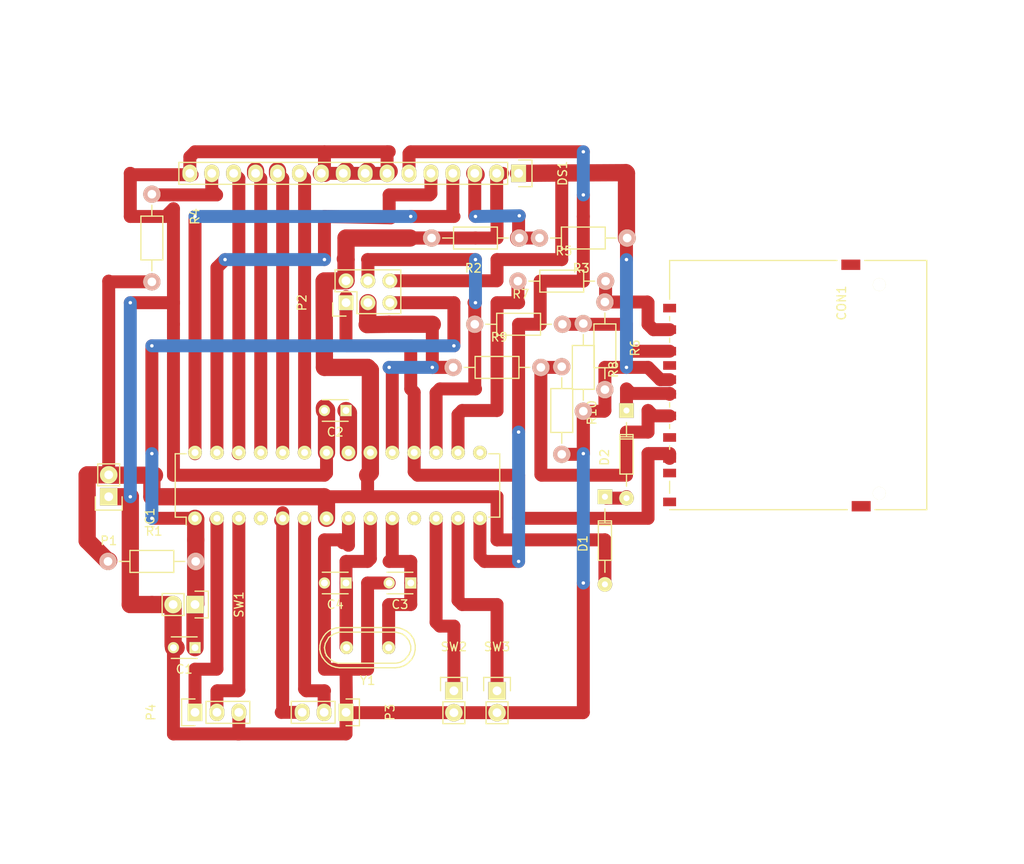
<source format=kicad_pcb>
(kicad_pcb (version 4) (host pcbnew 4.0.0-rc1-stable)

  (general
    (links 71)
    (no_connects 2)
    (area 0 0 0 0)
    (thickness 1.6)
    (drawings 4)
    (tracks 362)
    (zones 0)
    (modules 27)
    (nets 41)
  )

  (page A4)
  (title_block
    (title "placa control CNC")
    (date 2015-10-29)
    (rev 1)
  )

  (layers
    (0 F.Cu signal)
    (31 B.Cu signal)
    (32 B.Adhes user)
    (33 F.Adhes user)
    (34 B.Paste user)
    (35 F.Paste user)
    (36 B.SilkS user)
    (37 F.SilkS user)
    (38 B.Mask user)
    (39 F.Mask user)
    (40 Dwgs.User user)
    (41 Cmts.User user)
    (42 Eco1.User user)
    (43 Eco2.User user)
    (44 Edge.Cuts user)
    (45 Margin user)
    (46 B.CrtYd user)
    (47 F.CrtYd user)
    (48 B.Fab user)
    (49 F.Fab user)
  )

  (setup
    (last_trace_width 1.5)
    (trace_clearance 0.1)
    (zone_clearance 0.508)
    (zone_45_only no)
    (trace_min 0.2)
    (segment_width 0.2)
    (edge_width 0.15)
    (via_size 0.6)
    (via_drill 0.4)
    (via_min_size 0.4)
    (via_min_drill 0.3)
    (uvia_size 0.3)
    (uvia_drill 0.1)
    (uvias_allowed no)
    (uvia_min_size 0.2)
    (uvia_min_drill 0.1)
    (pcb_text_width 0.3)
    (pcb_text_size 1.5 1.5)
    (mod_edge_width 0.15)
    (mod_text_size 1 1)
    (mod_text_width 0.15)
    (pad_size 2.032 1.7272)
    (pad_drill 1.016)
    (pad_to_mask_clearance 0.2)
    (aux_axis_origin 0 0)
    (visible_elements 7FFFFFFF)
    (pcbplotparams
      (layerselection 0x00030_80000001)
      (usegerberextensions false)
      (excludeedgelayer true)
      (linewidth 0.100000)
      (plotframeref false)
      (viasonmask false)
      (mode 1)
      (useauxorigin false)
      (hpglpennumber 1)
      (hpglpenspeed 20)
      (hpglpendiameter 15)
      (hpglpenoverlay 2)
      (psnegative false)
      (psa4output false)
      (plotreference true)
      (plotvalue true)
      (plotinvisibletext false)
      (padsonsilk false)
      (subtractmaskfromsilk false)
      (outputformat 1)
      (mirror false)
      (drillshape 1)
      (scaleselection 1)
      (outputdirectory ""))
  )

  (net 0 "")
  (net 1 /RESET)
  (net 2 GND)
  (net 3 "Net-(C2-Pad1)")
  (net 4 "Net-(C3-Pad1)")
  (net 5 "Net-(C4-Pad1)")
  (net 6 /SS_SD)
  (net 7 /MOSI_SD)
  (net 8 /VDD)
  (net 9 /CLK_SD)
  (net 10 "Net-(CON1-Pad6)")
  (net 11 /MISO)
  (net 12 "Net-(CON1-Pad8)")
  (net 13 "Net-(CON1-Pad9)")
  (net 14 "Net-(CON1-Pad10)")
  (net 15 "Net-(CON1-Pad11)")
  (net 16 "Net-(CON1-Pad12)")
  (net 17 "Net-(CON1-Pad13)")
  (net 18 /Vcc)
  (net 19 "Net-(D1-Pad1)")
  (net 20 "Net-(DS1-Pad3)")
  (net 21 /LCD_R_S)
  (net 22 /LCD_R_W)
  (net 23 /LCD_E)
  (net 24 /LCD_D_1)
  (net 25 /LCD_D_2)
  (net 26 /LCD_D_3)
  (net 27 /LCD_D_4)
  (net 28 "Net-(DS1-Pad15)")
  (net 29 /Rx_pc)
  (net 30 /RX_USB)
  (net 31 "Net-(IC1-Pad4)")
  (net 32 /Rx_int)
  (net 33 /Tx_int)
  (net 34 "Net-(IC1-Pad11)")
  (net 35 /button_sel)
  (net 36 /button_chg)
  (net 37 "Net-(IC1-Pad15)")
  (net 38 /SS)
  (net 39 /MOSI)
  (net 40 /SCK)

  (net_class Default "This is the default net class."
    (clearance 0.1)
    (trace_width 1.5)
    (via_dia 0.6)
    (via_drill 0.4)
    (uvia_dia 0.3)
    (uvia_drill 0.1)
    (add_net /CLK_SD)
    (add_net /LCD_D_1)
    (add_net /LCD_D_2)
    (add_net /LCD_D_3)
    (add_net /LCD_D_4)
    (add_net /LCD_E)
    (add_net /LCD_R_S)
    (add_net /LCD_R_W)
    (add_net /MISO)
    (add_net /MOSI)
    (add_net /MOSI_SD)
    (add_net /RESET)
    (add_net /RX_USB)
    (add_net /Rx_int)
    (add_net /Rx_pc)
    (add_net /SCK)
    (add_net /SS)
    (add_net /SS_SD)
    (add_net /Tx_int)
    (add_net /VDD)
    (add_net /Vcc)
    (add_net /button_chg)
    (add_net /button_sel)
    (add_net GND)
    (add_net "Net-(C2-Pad1)")
    (add_net "Net-(C3-Pad1)")
    (add_net "Net-(C4-Pad1)")
    (add_net "Net-(CON1-Pad10)")
    (add_net "Net-(CON1-Pad11)")
    (add_net "Net-(CON1-Pad12)")
    (add_net "Net-(CON1-Pad13)")
    (add_net "Net-(CON1-Pad6)")
    (add_net "Net-(CON1-Pad8)")
    (add_net "Net-(CON1-Pad9)")
    (add_net "Net-(D1-Pad1)")
    (add_net "Net-(DS1-Pad15)")
    (add_net "Net-(DS1-Pad3)")
    (add_net "Net-(IC1-Pad11)")
    (add_net "Net-(IC1-Pad15)")
    (add_net "Net-(IC1-Pad4)")
  )

  (module Capacitors_ThroughHole:C_Disc_D3_P2.5 (layer F.Cu) (tedit 563268DF) (tstamp 563264B6)
    (at 100 120 180)
    (descr "Capacitor 3mm Disc, Pitch 2.5mm")
    (tags Capacitor)
    (path /562AFE51)
    (fp_text reference C1 (at 1.25 -2.5 180) (layer F.SilkS)
      (effects (font (size 1 1) (thickness 0.15)))
    )
    (fp_text value "100 n" (at 2.5 2.5 180) (layer F.Fab)
      (effects (font (size 1 1) (thickness 0.15)))
    )
    (fp_line (start -0.9 -1.5) (end 3.4 -1.5) (layer F.CrtYd) (width 0.05))
    (fp_line (start 3.4 -1.5) (end 3.4 1.5) (layer F.CrtYd) (width 0.05))
    (fp_line (start 3.4 1.5) (end -0.9 1.5) (layer F.CrtYd) (width 0.05))
    (fp_line (start -0.9 1.5) (end -0.9 -1.5) (layer F.CrtYd) (width 0.05))
    (fp_line (start -0.25 -1.25) (end 2.75 -1.25) (layer F.SilkS) (width 0.15))
    (fp_line (start 2.75 1.25) (end -0.25 1.25) (layer F.SilkS) (width 0.15))
    (pad 1 thru_hole rect (at 0 0 180) (size 1.3 1.3) (drill 0.8) (layers *.Cu *.Mask F.SilkS)
      (net 1 /RESET))
    (pad 2 thru_hole circle (at 2.5 0 180) (size 1.3 1.3) (drill 0.8001) (layers *.Cu *.Mask F.SilkS)
      (net 2 GND))
    (model Capacitors_ThroughHole.3dshapes/C_Disc_D3_P2.5.wrl
      (at (xyz 0.0492126 0 0))
      (scale (xyz 1 1 1))
      (rotate (xyz 0 0 0))
    )
  )

  (module Capacitors_ThroughHole:C_Disc_D3_P2.5 (layer F.Cu) (tedit 0) (tstamp 563264BC)
    (at 117.5 92.5 180)
    (descr "Capacitor 3mm Disc, Pitch 2.5mm")
    (tags Capacitor)
    (path /5631C36A)
    (fp_text reference C2 (at 1.25 -2.5 180) (layer F.SilkS)
      (effects (font (size 1 1) (thickness 0.15)))
    )
    (fp_text value 100n (at 1.25 2.5 180) (layer F.Fab)
      (effects (font (size 1 1) (thickness 0.15)))
    )
    (fp_line (start -0.9 -1.5) (end 3.4 -1.5) (layer F.CrtYd) (width 0.05))
    (fp_line (start 3.4 -1.5) (end 3.4 1.5) (layer F.CrtYd) (width 0.05))
    (fp_line (start 3.4 1.5) (end -0.9 1.5) (layer F.CrtYd) (width 0.05))
    (fp_line (start -0.9 1.5) (end -0.9 -1.5) (layer F.CrtYd) (width 0.05))
    (fp_line (start -0.25 -1.25) (end 2.75 -1.25) (layer F.SilkS) (width 0.15))
    (fp_line (start 2.75 1.25) (end -0.25 1.25) (layer F.SilkS) (width 0.15))
    (pad 1 thru_hole rect (at 0 0 180) (size 1.3 1.3) (drill 0.8) (layers *.Cu *.Mask F.SilkS)
      (net 3 "Net-(C2-Pad1)"))
    (pad 2 thru_hole circle (at 2.5 0 180) (size 1.3 1.3) (drill 0.8001) (layers *.Cu *.Mask F.SilkS)
      (net 2 GND))
    (model Capacitors_ThroughHole.3dshapes/C_Disc_D3_P2.5.wrl
      (at (xyz 0.0492126 0 0))
      (scale (xyz 1 1 1))
      (rotate (xyz 0 0 0))
    )
  )

  (module Capacitors_ThroughHole:C_Disc_D3_P2.5 (layer F.Cu) (tedit 0) (tstamp 563264C2)
    (at 125 112.5 180)
    (descr "Capacitor 3mm Disc, Pitch 2.5mm")
    (tags Capacitor)
    (path /562AAB38)
    (fp_text reference C3 (at 1.25 -2.5 180) (layer F.SilkS)
      (effects (font (size 1 1) (thickness 0.15)))
    )
    (fp_text value "22 pF" (at 1.25 2.5 180) (layer F.Fab)
      (effects (font (size 1 1) (thickness 0.15)))
    )
    (fp_line (start -0.9 -1.5) (end 3.4 -1.5) (layer F.CrtYd) (width 0.05))
    (fp_line (start 3.4 -1.5) (end 3.4 1.5) (layer F.CrtYd) (width 0.05))
    (fp_line (start 3.4 1.5) (end -0.9 1.5) (layer F.CrtYd) (width 0.05))
    (fp_line (start -0.9 1.5) (end -0.9 -1.5) (layer F.CrtYd) (width 0.05))
    (fp_line (start -0.25 -1.25) (end 2.75 -1.25) (layer F.SilkS) (width 0.15))
    (fp_line (start 2.75 1.25) (end -0.25 1.25) (layer F.SilkS) (width 0.15))
    (pad 1 thru_hole rect (at 0 0 180) (size 1.3 1.3) (drill 0.8) (layers *.Cu *.Mask F.SilkS)
      (net 4 "Net-(C3-Pad1)"))
    (pad 2 thru_hole circle (at 2.5 0 180) (size 1.3 1.3) (drill 0.8001) (layers *.Cu *.Mask F.SilkS)
      (net 2 GND))
    (model Capacitors_ThroughHole.3dshapes/C_Disc_D3_P2.5.wrl
      (at (xyz 0.0492126 0 0))
      (scale (xyz 1 1 1))
      (rotate (xyz 0 0 0))
    )
  )

  (module Capacitors_ThroughHole:C_Disc_D3_P2.5 (layer F.Cu) (tedit 0) (tstamp 563264C8)
    (at 117.5 112.5 180)
    (descr "Capacitor 3mm Disc, Pitch 2.5mm")
    (tags Capacitor)
    (path /562AAE12)
    (fp_text reference C4 (at 1.25 -2.5 180) (layer F.SilkS)
      (effects (font (size 1 1) (thickness 0.15)))
    )
    (fp_text value "22 pF" (at 1.25 2.5 180) (layer F.Fab)
      (effects (font (size 1 1) (thickness 0.15)))
    )
    (fp_line (start -0.9 -1.5) (end 3.4 -1.5) (layer F.CrtYd) (width 0.05))
    (fp_line (start 3.4 -1.5) (end 3.4 1.5) (layer F.CrtYd) (width 0.05))
    (fp_line (start 3.4 1.5) (end -0.9 1.5) (layer F.CrtYd) (width 0.05))
    (fp_line (start -0.9 1.5) (end -0.9 -1.5) (layer F.CrtYd) (width 0.05))
    (fp_line (start -0.25 -1.25) (end 2.75 -1.25) (layer F.SilkS) (width 0.15))
    (fp_line (start 2.75 1.25) (end -0.25 1.25) (layer F.SilkS) (width 0.15))
    (pad 1 thru_hole rect (at 0 0 180) (size 1.3 1.3) (drill 0.8) (layers *.Cu *.Mask F.SilkS)
      (net 5 "Net-(C4-Pad1)"))
    (pad 2 thru_hole circle (at 2.5 0 180) (size 1.3 1.3) (drill 0.8001) (layers *.Cu *.Mask F.SilkS)
      (net 2 GND))
    (model Capacitors_ThroughHole.3dshapes/C_Disc_D3_P2.5.wrl
      (at (xyz 0.0492126 0 0))
      (scale (xyz 1 1 1))
      (rotate (xyz 0 0 0))
    )
  )

  (module Connect:SD_Card_Receptacle (layer F.Cu) (tedit 54A89A84) (tstamp 563264DB)
    (at 155 90 90)
    (path /562A8DD6)
    (fp_text reference CON1 (at 9.96386 19.9312 90) (layer F.SilkS)
      (effects (font (size 1 1) (thickness 0.15)))
    )
    (fp_text value SD_Card (at -1.2 9 90) (layer F.Fab)
      (effects (font (size 1 1) (thickness 0.15)))
    )
    (fp_line (start -14.7 41.05) (end 15.5 41.05) (layer F.CrtYd) (width 0.05))
    (fp_line (start 15.5 41.05) (end 15.5 -1.25) (layer F.CrtYd) (width 0.05))
    (fp_line (start 15.5 -1.25) (end -14.7 -1.25) (layer F.CrtYd) (width 0.05))
    (fp_line (start -14.7 -1.25) (end -14.7 41.05) (layer F.CrtYd) (width 0.05))
    (fp_line (start 7.9 0) (end 8.4 0) (layer F.SilkS) (width 0.15))
    (fp_line (start 5.4 0) (end 5.9 0) (layer F.SilkS) (width 0.15))
    (fp_line (start -2.1 0) (end -1.6 0) (layer F.SilkS) (width 0.15))
    (fp_line (start -4.6 0) (end -4.1 0) (layer F.SilkS) (width 0.15))
    (fp_line (start -7 0) (end -6.6 0) (layer F.SilkS) (width 0.15))
    (fp_line (start -12.1 0) (end -10.7 0) (layer F.SilkS) (width 0.15))
    (fp_line (start -14 20.6) (end -14 0) (layer F.SilkS) (width 0.15))
    (fp_line (start 14.9 19.4) (end 14.9 0) (layer F.SilkS) (width 0.15))
    (fp_line (start 14.9 0) (end 10.4 0) (layer F.SilkS) (width 0.15))
    (fp_line (start 14.9 29.8) (end -14 29.8) (layer F.SilkS) (width 0.15))
    (fp_line (start -14 29.8) (end -14 23.8) (layer F.SilkS) (width 0.15))
    (fp_line (start 14.9 29.8) (end 14.9 22.6) (layer F.SilkS) (width 0.15))
    (pad 1 smd rect (at 6.875 0 90) (size 1 1.5) (layers F.Cu F.Paste F.Mask)
      (net 6 /SS_SD))
    (pad 2 smd rect (at 4.375 0 90) (size 1 1.5) (layers F.Cu F.Paste F.Mask)
      (net 7 /MOSI_SD))
    (pad 3 smd rect (at 1.075 0 90) (size 1 1.5) (layers F.Cu F.Paste F.Mask)
      (net 2 GND))
    (pad 4 smd rect (at -0.625 0 90) (size 1 1.5) (layers F.Cu F.Paste F.Mask)
      (net 8 /VDD))
    (pad 5 smd rect (at -3.125 0 90) (size 1 1.5) (layers F.Cu F.Paste F.Mask)
      (net 9 /CLK_SD))
    (pad 6 smd rect (at -5.625 0 90) (size 1 1.5) (layers F.Cu F.Paste F.Mask)
      (net 10 "Net-(CON1-Pad6)"))
    (pad 7 smd rect (at -8.05 0 90) (size 1 1.5) (layers F.Cu F.Paste F.Mask)
      (net 11 /MISO))
    (pad 8 smd rect (at -9.75 0 90) (size 1 1.5) (layers F.Cu F.Paste F.Mask)
      (net 12 "Net-(CON1-Pad8)"))
    (pad 9 smd rect (at 9.375 0 90) (size 1 1.5) (layers F.Cu F.Paste F.Mask)
      (net 13 "Net-(CON1-Pad9)"))
    (pad 10 smd rect (at 2.725 0 90) (size 1 1.5) (layers F.Cu F.Paste F.Mask)
      (net 14 "Net-(CON1-Pad10)"))
    (pad 11 smd rect (at -13.1 0 90) (size 1 1.5) (layers F.Cu F.Paste F.Mask)
      (net 15 "Net-(CON1-Pad11)"))
    (pad 12 smd rect (at 14.4 21 90) (size 1.2 2.2) (layers F.Cu F.Paste F.Mask)
      (net 16 "Net-(CON1-Pad12)"))
    (pad 13 smd rect (at -13.6 22.2 90) (size 1.2 2.2) (layers F.Cu F.Paste F.Mask)
      (net 17 "Net-(CON1-Pad13)"))
    (pad "" np_thru_hole circle (at 12.1 24.3 90) (size 1.5 1.5) (drill 1.5) (layers *.Cu *.Mask F.SilkS))
    (pad "" np_thru_hole circle (at -12.1 24.3 90) (size 1.5 1.5) (drill 1.5) (layers *.Cu *.Mask F.SilkS))
  )

  (module Diodes_ThroughHole:Diode_DO-35_SOD27_Horizontal_RM10 (layer F.Cu) (tedit 552FFC30) (tstamp 563264E1)
    (at 147.5 102.5 270)
    (descr "Diode, DO-35,  SOD27, Horizontal, RM 10mm")
    (tags "Diode, DO-35, SOD27, Horizontal, RM 10mm, 1N4148,")
    (path /562B6CF3)
    (fp_text reference D1 (at 5.43052 2.53746 270) (layer F.SilkS)
      (effects (font (size 1 1) (thickness 0.15)))
    )
    (fp_text value D (at 4.41452 -3.55854 270) (layer F.Fab)
      (effects (font (size 1 1) (thickness 0.15)))
    )
    (fp_line (start 7.36652 -0.00254) (end 8.76352 -0.00254) (layer F.SilkS) (width 0.15))
    (fp_line (start 2.92152 -0.00254) (end 1.39752 -0.00254) (layer F.SilkS) (width 0.15))
    (fp_line (start 3.30252 -0.76454) (end 3.30252 0.75946) (layer F.SilkS) (width 0.15))
    (fp_line (start 3.04852 -0.76454) (end 3.04852 0.75946) (layer F.SilkS) (width 0.15))
    (fp_line (start 2.79452 -0.00254) (end 2.79452 0.75946) (layer F.SilkS) (width 0.15))
    (fp_line (start 2.79452 0.75946) (end 7.36652 0.75946) (layer F.SilkS) (width 0.15))
    (fp_line (start 7.36652 0.75946) (end 7.36652 -0.76454) (layer F.SilkS) (width 0.15))
    (fp_line (start 7.36652 -0.76454) (end 2.79452 -0.76454) (layer F.SilkS) (width 0.15))
    (fp_line (start 2.79452 -0.76454) (end 2.79452 -0.00254) (layer F.SilkS) (width 0.15))
    (pad 2 thru_hole circle (at 10.16052 -0.00254 90) (size 1.69926 1.69926) (drill 0.70104) (layers *.Cu *.Mask F.SilkS)
      (net 18 /Vcc))
    (pad 1 thru_hole rect (at 0.00052 -0.00254 90) (size 1.69926 1.69926) (drill 0.70104) (layers *.Cu *.Mask F.SilkS)
      (net 19 "Net-(D1-Pad1)"))
    (model Diodes_ThroughHole.3dshapes/Diode_DO-35_SOD27_Horizontal_RM10.wrl
      (at (xyz 0.2 0 0))
      (scale (xyz 0.4 0.4 0.4))
      (rotate (xyz 0 0 180))
    )
  )

  (module Diodes_ThroughHole:Diode_DO-35_SOD27_Horizontal_RM10 (layer F.Cu) (tedit 552FFC30) (tstamp 563264E7)
    (at 150 92.5 270)
    (descr "Diode, DO-35,  SOD27, Horizontal, RM 10mm")
    (tags "Diode, DO-35, SOD27, Horizontal, RM 10mm, 1N4148,")
    (path /562B6D71)
    (fp_text reference D2 (at 5.43052 2.53746 270) (layer F.SilkS)
      (effects (font (size 1 1) (thickness 0.15)))
    )
    (fp_text value D (at 4.41452 -3.55854 270) (layer F.Fab)
      (effects (font (size 1 1) (thickness 0.15)))
    )
    (fp_line (start 7.36652 -0.00254) (end 8.76352 -0.00254) (layer F.SilkS) (width 0.15))
    (fp_line (start 2.92152 -0.00254) (end 1.39752 -0.00254) (layer F.SilkS) (width 0.15))
    (fp_line (start 3.30252 -0.76454) (end 3.30252 0.75946) (layer F.SilkS) (width 0.15))
    (fp_line (start 3.04852 -0.76454) (end 3.04852 0.75946) (layer F.SilkS) (width 0.15))
    (fp_line (start 2.79452 -0.00254) (end 2.79452 0.75946) (layer F.SilkS) (width 0.15))
    (fp_line (start 2.79452 0.75946) (end 7.36652 0.75946) (layer F.SilkS) (width 0.15))
    (fp_line (start 7.36652 0.75946) (end 7.36652 -0.76454) (layer F.SilkS) (width 0.15))
    (fp_line (start 7.36652 -0.76454) (end 2.79452 -0.76454) (layer F.SilkS) (width 0.15))
    (fp_line (start 2.79452 -0.76454) (end 2.79452 -0.00254) (layer F.SilkS) (width 0.15))
    (pad 2 thru_hole circle (at 10.16052 -0.00254 90) (size 1.69926 1.69926) (drill 0.70104) (layers *.Cu *.Mask F.SilkS)
      (net 19 "Net-(D1-Pad1)"))
    (pad 1 thru_hole rect (at 0.00052 -0.00254 90) (size 1.69926 1.69926) (drill 0.70104) (layers *.Cu *.Mask F.SilkS)
      (net 8 /VDD))
    (model Diodes_ThroughHole.3dshapes/Diode_DO-35_SOD27_Horizontal_RM10.wrl
      (at (xyz 0.2 0 0))
      (scale (xyz 0.4 0.4 0.4))
      (rotate (xyz 0 0 180))
    )
  )

  (module Pin_Headers:Pin_Header_Straight_1x16 (layer F.Cu) (tedit 0) (tstamp 563264FB)
    (at 137.5 65 270)
    (descr "Through hole pin header")
    (tags "pin header")
    (path /562A99AD)
    (fp_text reference DS1 (at 0 -5.1 270) (layer F.SilkS)
      (effects (font (size 1 1) (thickness 0.15)))
    )
    (fp_text value LCD16X2 (at 0 -3.1 270) (layer F.Fab)
      (effects (font (size 1 1) (thickness 0.15)))
    )
    (fp_line (start -1.75 -1.75) (end -1.75 39.85) (layer F.CrtYd) (width 0.05))
    (fp_line (start 1.75 -1.75) (end 1.75 39.85) (layer F.CrtYd) (width 0.05))
    (fp_line (start -1.75 -1.75) (end 1.75 -1.75) (layer F.CrtYd) (width 0.05))
    (fp_line (start -1.75 39.85) (end 1.75 39.85) (layer F.CrtYd) (width 0.05))
    (fp_line (start -1.27 1.27) (end -1.27 39.37) (layer F.SilkS) (width 0.15))
    (fp_line (start -1.27 39.37) (end 1.27 39.37) (layer F.SilkS) (width 0.15))
    (fp_line (start 1.27 39.37) (end 1.27 1.27) (layer F.SilkS) (width 0.15))
    (fp_line (start 1.55 -1.55) (end 1.55 0) (layer F.SilkS) (width 0.15))
    (fp_line (start 1.27 1.27) (end -1.27 1.27) (layer F.SilkS) (width 0.15))
    (fp_line (start -1.55 0) (end -1.55 -1.55) (layer F.SilkS) (width 0.15))
    (fp_line (start -1.55 -1.55) (end 1.55 -1.55) (layer F.SilkS) (width 0.15))
    (pad 1 thru_hole rect (at 0 0 270) (size 2.032 1.7272) (drill 1.016) (layers *.Cu *.Mask F.SilkS)
      (net 2 GND))
    (pad 2 thru_hole oval (at 0 2.54 270) (size 2.032 1.7272) (drill 1.016) (layers *.Cu *.Mask F.SilkS)
      (net 18 /Vcc))
    (pad 3 thru_hole oval (at 0 5.08 270) (size 2.032 1.7272) (drill 1.016) (layers *.Cu *.Mask F.SilkS)
      (net 20 "Net-(DS1-Pad3)"))
    (pad 4 thru_hole oval (at 0 7.62 270) (size 2.032 1.7272) (drill 1.016) (layers *.Cu *.Mask F.SilkS)
      (net 21 /LCD_R_S))
    (pad 5 thru_hole oval (at 0 10.16 270) (size 2.032 1.7272) (drill 1.016) (layers *.Cu *.Mask F.SilkS)
      (net 22 /LCD_R_W))
    (pad 6 thru_hole oval (at 0 12.7 270) (size 2.032 1.7272) (drill 1.016) (layers *.Cu *.Mask F.SilkS)
      (net 23 /LCD_E))
    (pad 7 thru_hole oval (at 0 15.24 270) (size 2.032 1.7272) (drill 1.016) (layers *.Cu *.Mask F.SilkS)
      (net 2 GND))
    (pad 8 thru_hole oval (at 0 17.78 270) (size 2.032 1.7272) (drill 1.016) (layers *.Cu *.Mask F.SilkS)
      (net 2 GND))
    (pad 9 thru_hole oval (at 0 20.32 270) (size 2.032 1.7272) (drill 1.016) (layers *.Cu *.Mask F.SilkS)
      (net 2 GND))
    (pad 10 thru_hole oval (at 0 22.86 270) (size 2.032 1.7272) (drill 1.016) (layers *.Cu *.Mask F.SilkS)
      (net 2 GND))
    (pad 11 thru_hole oval (at 0 25.4 270) (size 2.032 1.7272) (drill 1.016) (layers *.Cu *.Mask F.SilkS)
      (net 24 /LCD_D_1))
    (pad 12 thru_hole oval (at 0 27.94 270) (size 2.032 1.7272) (drill 1.016) (layers *.Cu *.Mask F.SilkS)
      (net 25 /LCD_D_2))
    (pad 13 thru_hole oval (at 0 30.48 270) (size 2.032 1.7272) (drill 1.016) (layers *.Cu *.Mask F.SilkS)
      (net 26 /LCD_D_3))
    (pad 14 thru_hole oval (at 0 33.02 270) (size 2.032 1.7272) (drill 1.016) (layers *.Cu *.Mask F.SilkS)
      (net 27 /LCD_D_4))
    (pad 15 thru_hole oval (at 0 35.56 270) (size 2.032 1.7272) (drill 1.016) (layers *.Cu *.Mask F.SilkS)
      (net 28 "Net-(DS1-Pad15)"))
    (pad 16 thru_hole oval (at 0 38.1 270) (size 2.032 1.7272) (drill 1.016) (layers *.Cu *.Mask F.SilkS)
      (net 2 GND))
    (model Pin_Headers.3dshapes/Pin_Header_Straight_1x16.wrl
      (at (xyz 0 -0.75 0))
      (scale (xyz 1 1 1))
      (rotate (xyz 0 0 90))
    )
  )

  (module Housings_DIP:DIP-28_W7.62mm (layer F.Cu) (tedit 54130A77) (tstamp 5632651B)
    (at 100 105 90)
    (descr "28-lead dip package, row spacing 7.62 mm (300 mils)")
    (tags "dil dip 2.54 300")
    (path /562A82A8)
    (fp_text reference IC1 (at 0 -5.22 90) (layer F.SilkS)
      (effects (font (size 1 1) (thickness 0.15)))
    )
    (fp_text value ATMEGA328-P (at 0 -3.72 90) (layer F.Fab)
      (effects (font (size 1 1) (thickness 0.15)))
    )
    (fp_line (start -1.05 -2.45) (end -1.05 35.5) (layer F.CrtYd) (width 0.05))
    (fp_line (start 8.65 -2.45) (end 8.65 35.5) (layer F.CrtYd) (width 0.05))
    (fp_line (start -1.05 -2.45) (end 8.65 -2.45) (layer F.CrtYd) (width 0.05))
    (fp_line (start -1.05 35.5) (end 8.65 35.5) (layer F.CrtYd) (width 0.05))
    (fp_line (start 0.135 -2.295) (end 0.135 -1.025) (layer F.SilkS) (width 0.15))
    (fp_line (start 7.485 -2.295) (end 7.485 -1.025) (layer F.SilkS) (width 0.15))
    (fp_line (start 7.485 35.315) (end 7.485 34.045) (layer F.SilkS) (width 0.15))
    (fp_line (start 0.135 35.315) (end 0.135 34.045) (layer F.SilkS) (width 0.15))
    (fp_line (start 0.135 -2.295) (end 7.485 -2.295) (layer F.SilkS) (width 0.15))
    (fp_line (start 0.135 35.315) (end 7.485 35.315) (layer F.SilkS) (width 0.15))
    (fp_line (start 0.135 -1.025) (end -0.8 -1.025) (layer F.SilkS) (width 0.15))
    (pad 1 thru_hole oval (at 0 0 90) (size 1.6 1.6) (drill 0.8) (layers *.Cu *.Mask F.SilkS)
      (net 1 /RESET))
    (pad 2 thru_hole oval (at 0 2.54 90) (size 1.6 1.6) (drill 0.8) (layers *.Cu *.Mask F.SilkS)
      (net 32 /Rx_int))
    (pad 3 thru_hole oval (at 0 5.08 90) (size 1.6 1.6) (drill 0.8) (layers *.Cu *.Mask F.SilkS)
      (net 33 /Tx_int))
    (pad 4 thru_hole oval (at 0 7.62 90) (size 1.6 1.6) (drill 0.8) (layers *.Cu *.Mask F.SilkS)
      (net 31 "Net-(IC1-Pad4)"))
    (pad 5 thru_hole oval (at 0 10.16 90) (size 1.6 1.6) (drill 0.8) (layers *.Cu *.Mask F.SilkS)
      (net 29 /Rx_pc))
    (pad 6 thru_hole oval (at 0 12.7 90) (size 1.6 1.6) (drill 0.8) (layers *.Cu *.Mask F.SilkS)
      (net 30 /RX_USB))
    (pad 7 thru_hole oval (at 0 15.24 90) (size 1.6 1.6) (drill 0.8) (layers *.Cu *.Mask F.SilkS)
      (net 18 /Vcc))
    (pad 8 thru_hole oval (at 0 17.78 90) (size 1.6 1.6) (drill 0.8) (layers *.Cu *.Mask F.SilkS)
      (net 2 GND))
    (pad 9 thru_hole oval (at 0 20.32 90) (size 1.6 1.6) (drill 0.8) (layers *.Cu *.Mask F.SilkS)
      (net 5 "Net-(C4-Pad1)"))
    (pad 10 thru_hole oval (at 0 22.86 90) (size 1.6 1.6) (drill 0.8) (layers *.Cu *.Mask F.SilkS)
      (net 4 "Net-(C3-Pad1)"))
    (pad 11 thru_hole oval (at 0 25.4 90) (size 1.6 1.6) (drill 0.8) (layers *.Cu *.Mask F.SilkS)
      (net 34 "Net-(IC1-Pad11)"))
    (pad 12 thru_hole oval (at 0 27.94 90) (size 1.6 1.6) (drill 0.8) (layers *.Cu *.Mask F.SilkS)
      (net 35 /button_sel))
    (pad 13 thru_hole oval (at 0 30.48 90) (size 1.6 1.6) (drill 0.8) (layers *.Cu *.Mask F.SilkS)
      (net 36 /button_chg))
    (pad 14 thru_hole oval (at 0 33.02 90) (size 1.6 1.6) (drill 0.8) (layers *.Cu *.Mask F.SilkS)
      (net 23 /LCD_E))
    (pad 15 thru_hole oval (at 7.62 33.02 90) (size 1.6 1.6) (drill 0.8) (layers *.Cu *.Mask F.SilkS)
      (net 37 "Net-(IC1-Pad15)"))
    (pad 16 thru_hole oval (at 7.62 30.48 90) (size 1.6 1.6) (drill 0.8) (layers *.Cu *.Mask F.SilkS)
      (net 38 /SS))
    (pad 17 thru_hole oval (at 7.62 27.94 90) (size 1.6 1.6) (drill 0.8) (layers *.Cu *.Mask F.SilkS)
      (net 39 /MOSI))
    (pad 18 thru_hole oval (at 7.62 25.4 90) (size 1.6 1.6) (drill 0.8) (layers *.Cu *.Mask F.SilkS)
      (net 11 /MISO))
    (pad 19 thru_hole oval (at 7.62 22.86 90) (size 1.6 1.6) (drill 0.8) (layers *.Cu *.Mask F.SilkS)
      (net 40 /SCK))
    (pad 20 thru_hole oval (at 7.62 20.32 90) (size 1.6 1.6) (drill 0.8) (layers *.Cu *.Mask F.SilkS)
      (net 18 /Vcc))
    (pad 21 thru_hole oval (at 7.62 17.78 90) (size 1.6 1.6) (drill 0.8) (layers *.Cu *.Mask F.SilkS)
      (net 3 "Net-(C2-Pad1)"))
    (pad 22 thru_hole oval (at 7.62 15.24 90) (size 1.6 1.6) (drill 0.8) (layers *.Cu *.Mask F.SilkS)
      (net 2 GND))
    (pad 23 thru_hole oval (at 7.62 12.7 90) (size 1.6 1.6) (drill 0.8) (layers *.Cu *.Mask F.SilkS)
      (net 24 /LCD_D_1))
    (pad 24 thru_hole oval (at 7.62 10.16 90) (size 1.6 1.6) (drill 0.8) (layers *.Cu *.Mask F.SilkS)
      (net 25 /LCD_D_2))
    (pad 25 thru_hole oval (at 7.62 7.62 90) (size 1.6 1.6) (drill 0.8) (layers *.Cu *.Mask F.SilkS)
      (net 26 /LCD_D_3))
    (pad 26 thru_hole oval (at 7.62 5.08 90) (size 1.6 1.6) (drill 0.8) (layers *.Cu *.Mask F.SilkS)
      (net 27 /LCD_D_4))
    (pad 27 thru_hole oval (at 7.62 2.54 90) (size 1.6 1.6) (drill 0.8) (layers *.Cu *.Mask F.SilkS)
      (net 22 /LCD_R_W))
    (pad 28 thru_hole oval (at 7.62 0 90) (size 1.6 1.6) (drill 0.8) (layers *.Cu *.Mask F.SilkS)
      (net 21 /LCD_R_S))
    (model Housings_DIP.3dshapes/DIP-28_W7.62mm.wrl
      (at (xyz 0 0 0))
      (scale (xyz 1 1 1))
      (rotate (xyz 0 0 0))
    )
  )

  (module Pin_Headers:Pin_Header_Straight_1x02 (layer F.Cu) (tedit 54EA090C) (tstamp 56326521)
    (at 90 102.5 180)
    (descr "Through hole pin header")
    (tags "pin header")
    (path /562B588F)
    (fp_text reference P1 (at 0 -5.1 180) (layer F.SilkS)
      (effects (font (size 1 1) (thickness 0.15)))
    )
    (fp_text value CONN_5V (at 0 -3.1 180) (layer F.Fab)
      (effects (font (size 1 1) (thickness 0.15)))
    )
    (fp_line (start 1.27 1.27) (end 1.27 3.81) (layer F.SilkS) (width 0.15))
    (fp_line (start 1.55 -1.55) (end 1.55 0) (layer F.SilkS) (width 0.15))
    (fp_line (start -1.75 -1.75) (end -1.75 4.3) (layer F.CrtYd) (width 0.05))
    (fp_line (start 1.75 -1.75) (end 1.75 4.3) (layer F.CrtYd) (width 0.05))
    (fp_line (start -1.75 -1.75) (end 1.75 -1.75) (layer F.CrtYd) (width 0.05))
    (fp_line (start -1.75 4.3) (end 1.75 4.3) (layer F.CrtYd) (width 0.05))
    (fp_line (start 1.27 1.27) (end -1.27 1.27) (layer F.SilkS) (width 0.15))
    (fp_line (start -1.55 0) (end -1.55 -1.55) (layer F.SilkS) (width 0.15))
    (fp_line (start -1.55 -1.55) (end 1.55 -1.55) (layer F.SilkS) (width 0.15))
    (fp_line (start -1.27 1.27) (end -1.27 3.81) (layer F.SilkS) (width 0.15))
    (fp_line (start -1.27 3.81) (end 1.27 3.81) (layer F.SilkS) (width 0.15))
    (pad 1 thru_hole rect (at 0 0 180) (size 2.032 2.032) (drill 1.016) (layers *.Cu *.Mask F.SilkS)
      (net 2 GND))
    (pad 2 thru_hole oval (at 0 2.54 180) (size 2.032 2.032) (drill 1.016) (layers *.Cu *.Mask F.SilkS)
      (net 18 /Vcc))
    (model Pin_Headers.3dshapes/Pin_Header_Straight_1x02.wrl
      (at (xyz 0 -0.05 0))
      (scale (xyz 1 1 1))
      (rotate (xyz 0 0 90))
    )
  )

  (module Pin_Headers:Pin_Header_Straight_2x03 (layer F.Cu) (tedit 54EA0A4B) (tstamp 5632652B)
    (at 117.5 80 90)
    (descr "Through hole pin header")
    (tags "pin header")
    (path /562B8440)
    (fp_text reference P2 (at 0 -5.1 90) (layer F.SilkS)
      (effects (font (size 1 1) (thickness 0.15)))
    )
    (fp_text value CONN_02X03 (at 0 -3.1 90) (layer F.Fab)
      (effects (font (size 1 1) (thickness 0.15)))
    )
    (fp_line (start -1.27 1.27) (end -1.27 6.35) (layer F.SilkS) (width 0.15))
    (fp_line (start -1.55 -1.55) (end 0 -1.55) (layer F.SilkS) (width 0.15))
    (fp_line (start -1.75 -1.75) (end -1.75 6.85) (layer F.CrtYd) (width 0.05))
    (fp_line (start 4.3 -1.75) (end 4.3 6.85) (layer F.CrtYd) (width 0.05))
    (fp_line (start -1.75 -1.75) (end 4.3 -1.75) (layer F.CrtYd) (width 0.05))
    (fp_line (start -1.75 6.85) (end 4.3 6.85) (layer F.CrtYd) (width 0.05))
    (fp_line (start 1.27 -1.27) (end 1.27 1.27) (layer F.SilkS) (width 0.15))
    (fp_line (start 1.27 1.27) (end -1.27 1.27) (layer F.SilkS) (width 0.15))
    (fp_line (start -1.27 6.35) (end 3.81 6.35) (layer F.SilkS) (width 0.15))
    (fp_line (start 3.81 6.35) (end 3.81 1.27) (layer F.SilkS) (width 0.15))
    (fp_line (start -1.55 -1.55) (end -1.55 0) (layer F.SilkS) (width 0.15))
    (fp_line (start 3.81 -1.27) (end 1.27 -1.27) (layer F.SilkS) (width 0.15))
    (fp_line (start 3.81 1.27) (end 3.81 -1.27) (layer F.SilkS) (width 0.15))
    (pad 1 thru_hole rect (at 0 0 90) (size 1.7272 1.7272) (drill 1.016) (layers *.Cu *.Mask F.SilkS)
      (net 11 /MISO))
    (pad 2 thru_hole oval (at 2.54 0 90) (size 1.7272 1.7272) (drill 1.016) (layers *.Cu *.Mask F.SilkS)
      (net 18 /Vcc))
    (pad 3 thru_hole oval (at 0 2.54 90) (size 1.7272 1.7272) (drill 1.016) (layers *.Cu *.Mask F.SilkS)
      (net 40 /SCK))
    (pad 4 thru_hole oval (at 2.54 2.54 90) (size 1.7272 1.7272) (drill 1.016) (layers *.Cu *.Mask F.SilkS)
      (net 39 /MOSI))
    (pad 5 thru_hole oval (at 0 5.08 90) (size 1.7272 1.7272) (drill 1.016) (layers *.Cu *.Mask F.SilkS)
      (net 1 /RESET))
    (pad 6 thru_hole oval (at 2.54 5.08 90) (size 1.7272 1.7272) (drill 1.016) (layers *.Cu *.Mask F.SilkS)
      (net 2 GND))
    (model Pin_Headers.3dshapes/Pin_Header_Straight_2x03.wrl
      (at (xyz 0.05 -0.1 0))
      (scale (xyz 1 1 1))
      (rotate (xyz 0 0 90))
    )
  )

  (module Pin_Headers:Pin_Header_Straight_1x03 (layer F.Cu) (tedit 0) (tstamp 56326532)
    (at 117.5 127.5 270)
    (descr "Through hole pin header")
    (tags "pin header")
    (path /563273BB)
    (fp_text reference P3 (at 0 -5.1 270) (layer F.SilkS)
      (effects (font (size 1 1) (thickness 0.15)))
    )
    (fp_text value CONN_UART_USB (at 0 -3.1 270) (layer F.Fab)
      (effects (font (size 1 1) (thickness 0.15)))
    )
    (fp_line (start -1.75 -1.75) (end -1.75 6.85) (layer F.CrtYd) (width 0.05))
    (fp_line (start 1.75 -1.75) (end 1.75 6.85) (layer F.CrtYd) (width 0.05))
    (fp_line (start -1.75 -1.75) (end 1.75 -1.75) (layer F.CrtYd) (width 0.05))
    (fp_line (start -1.75 6.85) (end 1.75 6.85) (layer F.CrtYd) (width 0.05))
    (fp_line (start -1.27 1.27) (end -1.27 6.35) (layer F.SilkS) (width 0.15))
    (fp_line (start -1.27 6.35) (end 1.27 6.35) (layer F.SilkS) (width 0.15))
    (fp_line (start 1.27 6.35) (end 1.27 1.27) (layer F.SilkS) (width 0.15))
    (fp_line (start 1.55 -1.55) (end 1.55 0) (layer F.SilkS) (width 0.15))
    (fp_line (start 1.27 1.27) (end -1.27 1.27) (layer F.SilkS) (width 0.15))
    (fp_line (start -1.55 0) (end -1.55 -1.55) (layer F.SilkS) (width 0.15))
    (fp_line (start -1.55 -1.55) (end 1.55 -1.55) (layer F.SilkS) (width 0.15))
    (pad 1 thru_hole rect (at 0 0 270) (size 2.032 1.7272) (drill 1.016) (layers *.Cu *.Mask F.SilkS)
      (net 2 GND))
    (pad 2 thru_hole oval (at 0 2.54 270) (size 2.032 1.7272) (drill 1.016) (layers *.Cu *.Mask F.SilkS)
      (net 30 /RX_USB))
    (pad 3 thru_hole oval (at 0 5.08 270) (size 2.032 1.7272) (drill 1.016) (layers *.Cu *.Mask F.SilkS)
      (net 29 /Rx_pc))
    (model Pin_Headers.3dshapes/Pin_Header_Straight_1x03.wrl
      (at (xyz 0 -0.1 0))
      (scale (xyz 1 1 1))
      (rotate (xyz 0 0 90))
    )
  )

  (module Pin_Headers:Pin_Header_Straight_1x03 (layer F.Cu) (tedit 56548E49) (tstamp 56326539)
    (at 100 127.5 90)
    (descr "Through hole pin header")
    (tags "pin header")
    (path /562A9970)
    (fp_text reference P4 (at 0 -5.1 90) (layer F.SilkS)
      (effects (font (size 1 1) (thickness 0.15)))
    )
    (fp_text value CONN_UART (at 0 -3.1 90) (layer F.Fab)
      (effects (font (size 1 1) (thickness 0.15)))
    )
    (fp_line (start -1.75 -1.75) (end -1.75 6.85) (layer F.CrtYd) (width 0.05))
    (fp_line (start 1.75 -1.75) (end 1.75 6.85) (layer F.CrtYd) (width 0.05))
    (fp_line (start -1.75 -1.75) (end 1.75 -1.75) (layer F.CrtYd) (width 0.05))
    (fp_line (start -1.75 6.85) (end 1.75 6.85) (layer F.CrtYd) (width 0.05))
    (fp_line (start -1.27 1.27) (end -1.27 6.35) (layer F.SilkS) (width 0.15))
    (fp_line (start -1.27 6.35) (end 1.27 6.35) (layer F.SilkS) (width 0.15))
    (fp_line (start 1.27 6.35) (end 1.27 1.27) (layer F.SilkS) (width 0.15))
    (fp_line (start 1.55 -1.55) (end 1.55 0) (layer F.SilkS) (width 0.15))
    (fp_line (start 1.27 1.27) (end -1.27 1.27) (layer F.SilkS) (width 0.15))
    (fp_line (start -1.55 0) (end -1.55 -1.55) (layer F.SilkS) (width 0.15))
    (fp_line (start -1.55 -1.55) (end 1.55 -1.55) (layer F.SilkS) (width 0.15))
    (pad 1 thru_hole rect (at 0 0 90) (size 2.032 1.7272) (drill 1.016) (layers *.Cu *.Mask F.SilkS)
      (net 32 /Rx_int))
    (pad 2 thru_hole oval (at 0 2.54 90) (size 2.032 1.7272) (drill 1.016) (layers *.Cu *.Mask F.SilkS)
      (net 33 /Tx_int))
    (pad 3 thru_hole oval (at 0 5.08 90) (size 2.032 1.7272) (drill 1.016) (layers *.Cu *.Mask F.SilkS)
      (net 2 GND))
    (model Pin_Headers.3dshapes/Pin_Header_Straight_1x03.wrl
      (at (xyz 0 -0.1 0))
      (scale (xyz 1 1 1))
      (rotate (xyz 0 0 90))
    )
  )

  (module Resistors_ThroughHole:Resistor_Horizontal_RM10mm (layer F.Cu) (tedit 53F56209) (tstamp 5632653F)
    (at 95 110)
    (descr "Resistor, Axial,  RM 10mm, 1/3W,")
    (tags "Resistor, Axial, RM 10mm, 1/3W,")
    (path /562AFBA7)
    (fp_text reference R1 (at 0.24892 -3.50012) (layer F.SilkS)
      (effects (font (size 1 1) (thickness 0.15)))
    )
    (fp_text value "15 K" (at 3.81 3.81) (layer F.Fab)
      (effects (font (size 1 1) (thickness 0.15)))
    )
    (fp_line (start -2.54 -1.27) (end 2.54 -1.27) (layer F.SilkS) (width 0.15))
    (fp_line (start 2.54 -1.27) (end 2.54 1.27) (layer F.SilkS) (width 0.15))
    (fp_line (start 2.54 1.27) (end -2.54 1.27) (layer F.SilkS) (width 0.15))
    (fp_line (start -2.54 1.27) (end -2.54 -1.27) (layer F.SilkS) (width 0.15))
    (fp_line (start -2.54 0) (end -3.81 0) (layer F.SilkS) (width 0.15))
    (fp_line (start 2.54 0) (end 3.81 0) (layer F.SilkS) (width 0.15))
    (pad 1 thru_hole circle (at -5.08 0) (size 1.99898 1.99898) (drill 1.00076) (layers *.Cu *.SilkS *.Mask)
      (net 18 /Vcc))
    (pad 2 thru_hole circle (at 5.08 0) (size 1.99898 1.99898) (drill 1.00076) (layers *.Cu *.SilkS *.Mask)
      (net 1 /RESET))
    (model Resistors_ThroughHole.3dshapes/Resistor_Horizontal_RM10mm.wrl
      (at (xyz 0 0 0))
      (scale (xyz 0.4 0.4 0.4))
      (rotate (xyz 0 0 0))
    )
  )

  (module Resistors_ThroughHole:Resistor_Horizontal_RM10mm (layer F.Cu) (tedit 53F56209) (tstamp 56326545)
    (at 132.5 72.5 180)
    (descr "Resistor, Axial,  RM 10mm, 1/3W,")
    (tags "Resistor, Axial, RM 10mm, 1/3W,")
    (path /562BACD7)
    (fp_text reference R2 (at 0.24892 -3.50012 180) (layer F.SilkS)
      (effects (font (size 1 1) (thickness 0.15)))
    )
    (fp_text value RVAR (at 3.81 3.81 180) (layer F.Fab)
      (effects (font (size 1 1) (thickness 0.15)))
    )
    (fp_line (start -2.54 -1.27) (end 2.54 -1.27) (layer F.SilkS) (width 0.15))
    (fp_line (start 2.54 -1.27) (end 2.54 1.27) (layer F.SilkS) (width 0.15))
    (fp_line (start 2.54 1.27) (end -2.54 1.27) (layer F.SilkS) (width 0.15))
    (fp_line (start -2.54 1.27) (end -2.54 -1.27) (layer F.SilkS) (width 0.15))
    (fp_line (start -2.54 0) (end -3.81 0) (layer F.SilkS) (width 0.15))
    (fp_line (start 2.54 0) (end 3.81 0) (layer F.SilkS) (width 0.15))
    (pad 1 thru_hole circle (at -5.08 0 180) (size 1.99898 1.99898) (drill 1.00076) (layers *.Cu *.SilkS *.Mask)
      (net 20 "Net-(DS1-Pad3)"))
    (pad 2 thru_hole circle (at 5.08 0 180) (size 1.99898 1.99898) (drill 1.00076) (layers *.Cu *.SilkS *.Mask)
      (net 18 /Vcc))
    (model Resistors_ThroughHole.3dshapes/Resistor_Horizontal_RM10mm.wrl
      (at (xyz 0 0 0))
      (scale (xyz 0.4 0.4 0.4))
      (rotate (xyz 0 0 0))
    )
  )

  (module Resistors_ThroughHole:Resistor_Horizontal_RM10mm (layer F.Cu) (tedit 53F56209) (tstamp 5632654B)
    (at 145 72.5 180)
    (descr "Resistor, Axial,  RM 10mm, 1/3W,")
    (tags "Resistor, Axial, RM 10mm, 1/3W,")
    (path /562BAD8C)
    (fp_text reference R3 (at 0.24892 -3.50012 180) (layer F.SilkS)
      (effects (font (size 1 1) (thickness 0.15)))
    )
    (fp_text value RVAR (at 3.81 3.81 180) (layer F.Fab)
      (effects (font (size 1 1) (thickness 0.15)))
    )
    (fp_line (start -2.54 -1.27) (end 2.54 -1.27) (layer F.SilkS) (width 0.15))
    (fp_line (start 2.54 -1.27) (end 2.54 1.27) (layer F.SilkS) (width 0.15))
    (fp_line (start 2.54 1.27) (end -2.54 1.27) (layer F.SilkS) (width 0.15))
    (fp_line (start -2.54 1.27) (end -2.54 -1.27) (layer F.SilkS) (width 0.15))
    (fp_line (start -2.54 0) (end -3.81 0) (layer F.SilkS) (width 0.15))
    (fp_line (start 2.54 0) (end 3.81 0) (layer F.SilkS) (width 0.15))
    (pad 1 thru_hole circle (at -5.08 0 180) (size 1.99898 1.99898) (drill 1.00076) (layers *.Cu *.SilkS *.Mask)
      (net 2 GND))
    (pad 2 thru_hole circle (at 5.08 0 180) (size 1.99898 1.99898) (drill 1.00076) (layers *.Cu *.SilkS *.Mask)
      (net 20 "Net-(DS1-Pad3)"))
    (model Resistors_ThroughHole.3dshapes/Resistor_Horizontal_RM10mm.wrl
      (at (xyz 0 0 0))
      (scale (xyz 0.4 0.4 0.4))
      (rotate (xyz 0 0 0))
    )
  )

  (module Resistors_ThroughHole:Resistor_Horizontal_RM10mm (layer F.Cu) (tedit 56326820) (tstamp 56326551)
    (at 95 72.5 270)
    (descr "Resistor, Axial,  RM 10mm, 1/3W,")
    (tags "Resistor, Axial, RM 10mm, 1/3W,")
    (path /562B8489)
    (fp_text reference R4 (at -2.5 -5 270) (layer F.SilkS)
      (effects (font (size 1 1) (thickness 0.15)))
    )
    (fp_text value "1 K" (at 3.81 3.81 270) (layer F.Fab)
      (effects (font (size 1 1) (thickness 0.15)))
    )
    (fp_line (start -2.54 -1.27) (end 2.54 -1.27) (layer F.SilkS) (width 0.15))
    (fp_line (start 2.54 -1.27) (end 2.54 1.27) (layer F.SilkS) (width 0.15))
    (fp_line (start 2.54 1.27) (end -2.54 1.27) (layer F.SilkS) (width 0.15))
    (fp_line (start -2.54 1.27) (end -2.54 -1.27) (layer F.SilkS) (width 0.15))
    (fp_line (start -2.54 0) (end -3.81 0) (layer F.SilkS) (width 0.15))
    (fp_line (start 2.54 0) (end 3.81 0) (layer F.SilkS) (width 0.15))
    (pad 1 thru_hole circle (at -5.08 0 270) (size 1.99898 1.99898) (drill 1.00076) (layers *.Cu *.SilkS *.Mask)
      (net 28 "Net-(DS1-Pad15)"))
    (pad 2 thru_hole circle (at 5.08 0 270) (size 1.99898 1.99898) (drill 1.00076) (layers *.Cu *.SilkS *.Mask)
      (net 18 /Vcc))
    (model Resistors_ThroughHole.3dshapes/Resistor_Horizontal_RM10mm.wrl
      (at (xyz 0 0 0))
      (scale (xyz 0.4 0.4 0.4))
      (rotate (xyz 0 0 0))
    )
  )

  (module Resistors_ThroughHole:Resistor_Horizontal_RM10mm (layer F.Cu) (tedit 53F56209) (tstamp 56326557)
    (at 142.5 77.5)
    (descr "Resistor, Axial,  RM 10mm, 1/3W,")
    (tags "Resistor, Axial, RM 10mm, 1/3W,")
    (path /562B280A)
    (fp_text reference R5 (at 0.24892 -3.50012) (layer F.SilkS)
      (effects (font (size 1 1) (thickness 0.15)))
    )
    (fp_text value "4.7 K" (at 3.81 3.81) (layer F.Fab)
      (effects (font (size 1 1) (thickness 0.15)))
    )
    (fp_line (start -2.54 -1.27) (end 2.54 -1.27) (layer F.SilkS) (width 0.15))
    (fp_line (start 2.54 -1.27) (end 2.54 1.27) (layer F.SilkS) (width 0.15))
    (fp_line (start 2.54 1.27) (end -2.54 1.27) (layer F.SilkS) (width 0.15))
    (fp_line (start -2.54 1.27) (end -2.54 -1.27) (layer F.SilkS) (width 0.15))
    (fp_line (start -2.54 0) (end -3.81 0) (layer F.SilkS) (width 0.15))
    (fp_line (start 2.54 0) (end 3.81 0) (layer F.SilkS) (width 0.15))
    (pad 1 thru_hole circle (at -5.08 0) (size 1.99898 1.99898) (drill 1.00076) (layers *.Cu *.SilkS *.Mask)
      (net 38 /SS))
    (pad 2 thru_hole circle (at 5.08 0) (size 1.99898 1.99898) (drill 1.00076) (layers *.Cu *.SilkS *.Mask)
      (net 6 /SS_SD))
    (model Resistors_ThroughHole.3dshapes/Resistor_Horizontal_RM10mm.wrl
      (at (xyz 0 0 0))
      (scale (xyz 0.4 0.4 0.4))
      (rotate (xyz 0 0 0))
    )
  )

  (module Resistors_ThroughHole:Resistor_Horizontal_RM10mm (layer F.Cu) (tedit 53F56209) (tstamp 5632655D)
    (at 147.5 85 270)
    (descr "Resistor, Axial,  RM 10mm, 1/3W,")
    (tags "Resistor, Axial, RM 10mm, 1/3W,")
    (path /562B28D9)
    (fp_text reference R6 (at 0.24892 -3.50012 270) (layer F.SilkS)
      (effects (font (size 1 1) (thickness 0.15)))
    )
    (fp_text value "10 K" (at 3.81 3.81 270) (layer F.Fab)
      (effects (font (size 1 1) (thickness 0.15)))
    )
    (fp_line (start -2.54 -1.27) (end 2.54 -1.27) (layer F.SilkS) (width 0.15))
    (fp_line (start 2.54 -1.27) (end 2.54 1.27) (layer F.SilkS) (width 0.15))
    (fp_line (start 2.54 1.27) (end -2.54 1.27) (layer F.SilkS) (width 0.15))
    (fp_line (start -2.54 1.27) (end -2.54 -1.27) (layer F.SilkS) (width 0.15))
    (fp_line (start -2.54 0) (end -3.81 0) (layer F.SilkS) (width 0.15))
    (fp_line (start 2.54 0) (end 3.81 0) (layer F.SilkS) (width 0.15))
    (pad 1 thru_hole circle (at -5.08 0 270) (size 1.99898 1.99898) (drill 1.00076) (layers *.Cu *.SilkS *.Mask)
      (net 6 /SS_SD))
    (pad 2 thru_hole circle (at 5.08 0 270) (size 1.99898 1.99898) (drill 1.00076) (layers *.Cu *.SilkS *.Mask)
      (net 2 GND))
    (model Resistors_ThroughHole.3dshapes/Resistor_Horizontal_RM10mm.wrl
      (at (xyz 0 0 0))
      (scale (xyz 0.4 0.4 0.4))
      (rotate (xyz 0 0 0))
    )
  )

  (module Resistors_ThroughHole:Resistor_Horizontal_RM10mm (layer F.Cu) (tedit 53F56209) (tstamp 56326563)
    (at 137.5 82.5)
    (descr "Resistor, Axial,  RM 10mm, 1/3W,")
    (tags "Resistor, Axial, RM 10mm, 1/3W,")
    (path /562B33D8)
    (fp_text reference R7 (at 0.24892 -3.50012) (layer F.SilkS)
      (effects (font (size 1 1) (thickness 0.15)))
    )
    (fp_text value "4.7 K" (at 3.81 3.81) (layer F.Fab)
      (effects (font (size 1 1) (thickness 0.15)))
    )
    (fp_line (start -2.54 -1.27) (end 2.54 -1.27) (layer F.SilkS) (width 0.15))
    (fp_line (start 2.54 -1.27) (end 2.54 1.27) (layer F.SilkS) (width 0.15))
    (fp_line (start 2.54 1.27) (end -2.54 1.27) (layer F.SilkS) (width 0.15))
    (fp_line (start -2.54 1.27) (end -2.54 -1.27) (layer F.SilkS) (width 0.15))
    (fp_line (start -2.54 0) (end -3.81 0) (layer F.SilkS) (width 0.15))
    (fp_line (start 2.54 0) (end 3.81 0) (layer F.SilkS) (width 0.15))
    (pad 1 thru_hole circle (at -5.08 0) (size 1.99898 1.99898) (drill 1.00076) (layers *.Cu *.SilkS *.Mask)
      (net 39 /MOSI))
    (pad 2 thru_hole circle (at 5.08 0) (size 1.99898 1.99898) (drill 1.00076) (layers *.Cu *.SilkS *.Mask)
      (net 7 /MOSI_SD))
    (model Resistors_ThroughHole.3dshapes/Resistor_Horizontal_RM10mm.wrl
      (at (xyz 0 0 0))
      (scale (xyz 0.4 0.4 0.4))
      (rotate (xyz 0 0 0))
    )
  )

  (module Resistors_ThroughHole:Resistor_Horizontal_RM10mm (layer F.Cu) (tedit 53F56209) (tstamp 56326569)
    (at 145 87.5 270)
    (descr "Resistor, Axial,  RM 10mm, 1/3W,")
    (tags "Resistor, Axial, RM 10mm, 1/3W,")
    (path /562B33DE)
    (fp_text reference R8 (at 0.24892 -3.50012 270) (layer F.SilkS)
      (effects (font (size 1 1) (thickness 0.15)))
    )
    (fp_text value "10 K" (at 3.81 3.81 270) (layer F.Fab)
      (effects (font (size 1 1) (thickness 0.15)))
    )
    (fp_line (start -2.54 -1.27) (end 2.54 -1.27) (layer F.SilkS) (width 0.15))
    (fp_line (start 2.54 -1.27) (end 2.54 1.27) (layer F.SilkS) (width 0.15))
    (fp_line (start 2.54 1.27) (end -2.54 1.27) (layer F.SilkS) (width 0.15))
    (fp_line (start -2.54 1.27) (end -2.54 -1.27) (layer F.SilkS) (width 0.15))
    (fp_line (start -2.54 0) (end -3.81 0) (layer F.SilkS) (width 0.15))
    (fp_line (start 2.54 0) (end 3.81 0) (layer F.SilkS) (width 0.15))
    (pad 1 thru_hole circle (at -5.08 0 270) (size 1.99898 1.99898) (drill 1.00076) (layers *.Cu *.SilkS *.Mask)
      (net 7 /MOSI_SD))
    (pad 2 thru_hole circle (at 5.08 0 270) (size 1.99898 1.99898) (drill 1.00076) (layers *.Cu *.SilkS *.Mask)
      (net 2 GND))
    (model Resistors_ThroughHole.3dshapes/Resistor_Horizontal_RM10mm.wrl
      (at (xyz 0 0 0))
      (scale (xyz 0.4 0.4 0.4))
      (rotate (xyz 0 0 0))
    )
  )

  (module Resistors_ThroughHole:Resistor_Horizontal_RM10mm (layer F.Cu) (tedit 53F56209) (tstamp 5632656F)
    (at 135 87.5)
    (descr "Resistor, Axial,  RM 10mm, 1/3W,")
    (tags "Resistor, Axial, RM 10mm, 1/3W,")
    (path /562B344B)
    (fp_text reference R9 (at 0.24892 -3.50012) (layer F.SilkS)
      (effects (font (size 1 1) (thickness 0.15)))
    )
    (fp_text value "4.7 K" (at 3.81 3.81) (layer F.Fab)
      (effects (font (size 1 1) (thickness 0.15)))
    )
    (fp_line (start -2.54 -1.27) (end 2.54 -1.27) (layer F.SilkS) (width 0.15))
    (fp_line (start 2.54 -1.27) (end 2.54 1.27) (layer F.SilkS) (width 0.15))
    (fp_line (start 2.54 1.27) (end -2.54 1.27) (layer F.SilkS) (width 0.15))
    (fp_line (start -2.54 1.27) (end -2.54 -1.27) (layer F.SilkS) (width 0.15))
    (fp_line (start -2.54 0) (end -3.81 0) (layer F.SilkS) (width 0.15))
    (fp_line (start 2.54 0) (end 3.81 0) (layer F.SilkS) (width 0.15))
    (pad 1 thru_hole circle (at -5.08 0) (size 1.99898 1.99898) (drill 1.00076) (layers *.Cu *.SilkS *.Mask)
      (net 40 /SCK))
    (pad 2 thru_hole circle (at 5.08 0) (size 1.99898 1.99898) (drill 1.00076) (layers *.Cu *.SilkS *.Mask)
      (net 9 /CLK_SD))
    (model Resistors_ThroughHole.3dshapes/Resistor_Horizontal_RM10mm.wrl
      (at (xyz 0 0 0))
      (scale (xyz 0.4 0.4 0.4))
      (rotate (xyz 0 0 0))
    )
  )

  (module Resistors_ThroughHole:Resistor_Horizontal_RM10mm (layer F.Cu) (tedit 53F56209) (tstamp 56326575)
    (at 142.5 92.5 270)
    (descr "Resistor, Axial,  RM 10mm, 1/3W,")
    (tags "Resistor, Axial, RM 10mm, 1/3W,")
    (path /562B3451)
    (fp_text reference R10 (at 0.24892 -3.50012 270) (layer F.SilkS)
      (effects (font (size 1 1) (thickness 0.15)))
    )
    (fp_text value "10 K" (at 3.81 3.81 270) (layer F.Fab)
      (effects (font (size 1 1) (thickness 0.15)))
    )
    (fp_line (start -2.54 -1.27) (end 2.54 -1.27) (layer F.SilkS) (width 0.15))
    (fp_line (start 2.54 -1.27) (end 2.54 1.27) (layer F.SilkS) (width 0.15))
    (fp_line (start 2.54 1.27) (end -2.54 1.27) (layer F.SilkS) (width 0.15))
    (fp_line (start -2.54 1.27) (end -2.54 -1.27) (layer F.SilkS) (width 0.15))
    (fp_line (start -2.54 0) (end -3.81 0) (layer F.SilkS) (width 0.15))
    (fp_line (start 2.54 0) (end 3.81 0) (layer F.SilkS) (width 0.15))
    (pad 1 thru_hole circle (at -5.08 0 270) (size 1.99898 1.99898) (drill 1.00076) (layers *.Cu *.SilkS *.Mask)
      (net 9 /CLK_SD))
    (pad 2 thru_hole circle (at 5.08 0 270) (size 1.99898 1.99898) (drill 1.00076) (layers *.Cu *.SilkS *.Mask)
      (net 2 GND))
    (model Resistors_ThroughHole.3dshapes/Resistor_Horizontal_RM10mm.wrl
      (at (xyz 0 0 0))
      (scale (xyz 0.4 0.4 0.4))
      (rotate (xyz 0 0 0))
    )
  )

  (module Pin_Headers:Pin_Header_Straight_1x02 (layer F.Cu) (tedit 54EA090C) (tstamp 5632657B)
    (at 100 115 270)
    (descr "Through hole pin header")
    (tags "pin header")
    (path /562AF0CF)
    (fp_text reference SW1 (at 0 -5.1 270) (layer F.SilkS)
      (effects (font (size 1 1) (thickness 0.15)))
    )
    (fp_text value B_RST_N_O (at 0 -3.1 270) (layer F.Fab)
      (effects (font (size 1 1) (thickness 0.15)))
    )
    (fp_line (start 1.27 1.27) (end 1.27 3.81) (layer F.SilkS) (width 0.15))
    (fp_line (start 1.55 -1.55) (end 1.55 0) (layer F.SilkS) (width 0.15))
    (fp_line (start -1.75 -1.75) (end -1.75 4.3) (layer F.CrtYd) (width 0.05))
    (fp_line (start 1.75 -1.75) (end 1.75 4.3) (layer F.CrtYd) (width 0.05))
    (fp_line (start -1.75 -1.75) (end 1.75 -1.75) (layer F.CrtYd) (width 0.05))
    (fp_line (start -1.75 4.3) (end 1.75 4.3) (layer F.CrtYd) (width 0.05))
    (fp_line (start 1.27 1.27) (end -1.27 1.27) (layer F.SilkS) (width 0.15))
    (fp_line (start -1.55 0) (end -1.55 -1.55) (layer F.SilkS) (width 0.15))
    (fp_line (start -1.55 -1.55) (end 1.55 -1.55) (layer F.SilkS) (width 0.15))
    (fp_line (start -1.27 1.27) (end -1.27 3.81) (layer F.SilkS) (width 0.15))
    (fp_line (start -1.27 3.81) (end 1.27 3.81) (layer F.SilkS) (width 0.15))
    (pad 1 thru_hole rect (at 0 0 270) (size 2.032 2.032) (drill 1.016) (layers *.Cu *.Mask F.SilkS)
      (net 1 /RESET))
    (pad 2 thru_hole oval (at 0 2.54 270) (size 2.032 2.032) (drill 1.016) (layers *.Cu *.Mask F.SilkS)
      (net 2 GND))
    (model Pin_Headers.3dshapes/Pin_Header_Straight_1x02.wrl
      (at (xyz 0 -0.05 0))
      (scale (xyz 1 1 1))
      (rotate (xyz 0 0 90))
    )
  )

  (module Pin_Headers:Pin_Header_Straight_1x02 (layer F.Cu) (tedit 54EA090C) (tstamp 56326581)
    (at 130 125)
    (descr "Through hole pin header")
    (tags "pin header")
    (path /562AD830)
    (fp_text reference SW2 (at 0 -5.1) (layer F.SilkS)
      (effects (font (size 1 1) (thickness 0.15)))
    )
    (fp_text value B_SEL_N_O (at 0 -3.1) (layer F.Fab)
      (effects (font (size 1 1) (thickness 0.15)))
    )
    (fp_line (start 1.27 1.27) (end 1.27 3.81) (layer F.SilkS) (width 0.15))
    (fp_line (start 1.55 -1.55) (end 1.55 0) (layer F.SilkS) (width 0.15))
    (fp_line (start -1.75 -1.75) (end -1.75 4.3) (layer F.CrtYd) (width 0.05))
    (fp_line (start 1.75 -1.75) (end 1.75 4.3) (layer F.CrtYd) (width 0.05))
    (fp_line (start -1.75 -1.75) (end 1.75 -1.75) (layer F.CrtYd) (width 0.05))
    (fp_line (start -1.75 4.3) (end 1.75 4.3) (layer F.CrtYd) (width 0.05))
    (fp_line (start 1.27 1.27) (end -1.27 1.27) (layer F.SilkS) (width 0.15))
    (fp_line (start -1.55 0) (end -1.55 -1.55) (layer F.SilkS) (width 0.15))
    (fp_line (start -1.55 -1.55) (end 1.55 -1.55) (layer F.SilkS) (width 0.15))
    (fp_line (start -1.27 1.27) (end -1.27 3.81) (layer F.SilkS) (width 0.15))
    (fp_line (start -1.27 3.81) (end 1.27 3.81) (layer F.SilkS) (width 0.15))
    (pad 1 thru_hole rect (at 0 0) (size 2.032 2.032) (drill 1.016) (layers *.Cu *.Mask F.SilkS)
      (net 35 /button_sel))
    (pad 2 thru_hole oval (at 0 2.54) (size 2.032 2.032) (drill 1.016) (layers *.Cu *.Mask F.SilkS)
      (net 2 GND))
    (model Pin_Headers.3dshapes/Pin_Header_Straight_1x02.wrl
      (at (xyz 0 -0.05 0))
      (scale (xyz 1 1 1))
      (rotate (xyz 0 0 90))
    )
  )

  (module Pin_Headers:Pin_Header_Straight_1x02 (layer F.Cu) (tedit 54EA090C) (tstamp 56326587)
    (at 135 125)
    (descr "Through hole pin header")
    (tags "pin header")
    (path /562AD8A8)
    (fp_text reference SW3 (at 0 -5.1) (layer F.SilkS)
      (effects (font (size 1 1) (thickness 0.15)))
    )
    (fp_text value B_CHG_N_O (at 0 -3.1) (layer F.Fab)
      (effects (font (size 1 1) (thickness 0.15)))
    )
    (fp_line (start 1.27 1.27) (end 1.27 3.81) (layer F.SilkS) (width 0.15))
    (fp_line (start 1.55 -1.55) (end 1.55 0) (layer F.SilkS) (width 0.15))
    (fp_line (start -1.75 -1.75) (end -1.75 4.3) (layer F.CrtYd) (width 0.05))
    (fp_line (start 1.75 -1.75) (end 1.75 4.3) (layer F.CrtYd) (width 0.05))
    (fp_line (start -1.75 -1.75) (end 1.75 -1.75) (layer F.CrtYd) (width 0.05))
    (fp_line (start -1.75 4.3) (end 1.75 4.3) (layer F.CrtYd) (width 0.05))
    (fp_line (start 1.27 1.27) (end -1.27 1.27) (layer F.SilkS) (width 0.15))
    (fp_line (start -1.55 0) (end -1.55 -1.55) (layer F.SilkS) (width 0.15))
    (fp_line (start -1.55 -1.55) (end 1.55 -1.55) (layer F.SilkS) (width 0.15))
    (fp_line (start -1.27 1.27) (end -1.27 3.81) (layer F.SilkS) (width 0.15))
    (fp_line (start -1.27 3.81) (end 1.27 3.81) (layer F.SilkS) (width 0.15))
    (pad 1 thru_hole rect (at 0 0) (size 2.032 2.032) (drill 1.016) (layers *.Cu *.Mask F.SilkS)
      (net 36 /button_chg))
    (pad 2 thru_hole oval (at 0 2.54) (size 2.032 2.032) (drill 1.016) (layers *.Cu *.Mask F.SilkS)
      (net 2 GND))
    (model Pin_Headers.3dshapes/Pin_Header_Straight_1x02.wrl
      (at (xyz 0 -0.05 0))
      (scale (xyz 1 1 1))
      (rotate (xyz 0 0 90))
    )
  )

  (module Crystals:Crystal_HC49-U_Vertical (layer F.Cu) (tedit 0) (tstamp 5632658D)
    (at 120 120 180)
    (descr "Crystal, Quarz, HC49/U, vertical, stehend,")
    (tags "Crystal, Quarz, HC49/U, vertical, stehend,")
    (path /562AA90E)
    (fp_text reference Y1 (at 0 -3.81 180) (layer F.SilkS)
      (effects (font (size 1 1) (thickness 0.15)))
    )
    (fp_text value 16Mhz (at 0 3.81 180) (layer F.Fab)
      (effects (font (size 1 1) (thickness 0.15)))
    )
    (fp_line (start 4.699 -1.00076) (end 4.89966 -0.59944) (layer F.SilkS) (width 0.15))
    (fp_line (start 4.89966 -0.59944) (end 5.00126 0) (layer F.SilkS) (width 0.15))
    (fp_line (start 5.00126 0) (end 4.89966 0.50038) (layer F.SilkS) (width 0.15))
    (fp_line (start 4.89966 0.50038) (end 4.50088 1.19888) (layer F.SilkS) (width 0.15))
    (fp_line (start 4.50088 1.19888) (end 3.8989 1.6002) (layer F.SilkS) (width 0.15))
    (fp_line (start 3.8989 1.6002) (end 3.29946 1.80086) (layer F.SilkS) (width 0.15))
    (fp_line (start 3.29946 1.80086) (end -3.29946 1.80086) (layer F.SilkS) (width 0.15))
    (fp_line (start -3.29946 1.80086) (end -4.0005 1.6002) (layer F.SilkS) (width 0.15))
    (fp_line (start -4.0005 1.6002) (end -4.39928 1.30048) (layer F.SilkS) (width 0.15))
    (fp_line (start -4.39928 1.30048) (end -4.8006 0.8001) (layer F.SilkS) (width 0.15))
    (fp_line (start -4.8006 0.8001) (end -5.00126 0.20066) (layer F.SilkS) (width 0.15))
    (fp_line (start -5.00126 0.20066) (end -5.00126 -0.29972) (layer F.SilkS) (width 0.15))
    (fp_line (start -5.00126 -0.29972) (end -4.8006 -0.8001) (layer F.SilkS) (width 0.15))
    (fp_line (start -4.8006 -0.8001) (end -4.30022 -1.39954) (layer F.SilkS) (width 0.15))
    (fp_line (start -4.30022 -1.39954) (end -3.79984 -1.69926) (layer F.SilkS) (width 0.15))
    (fp_line (start -3.79984 -1.69926) (end -3.29946 -1.80086) (layer F.SilkS) (width 0.15))
    (fp_line (start -3.2004 -1.80086) (end 3.40106 -1.80086) (layer F.SilkS) (width 0.15))
    (fp_line (start 3.40106 -1.80086) (end 3.79984 -1.69926) (layer F.SilkS) (width 0.15))
    (fp_line (start 3.79984 -1.69926) (end 4.30022 -1.39954) (layer F.SilkS) (width 0.15))
    (fp_line (start 4.30022 -1.39954) (end 4.8006 -0.89916) (layer F.SilkS) (width 0.15))
    (fp_line (start -3.19024 -2.32918) (end -3.64998 -2.28092) (layer F.SilkS) (width 0.15))
    (fp_line (start -3.64998 -2.28092) (end -4.04876 -2.16916) (layer F.SilkS) (width 0.15))
    (fp_line (start -4.04876 -2.16916) (end -4.48056 -1.95072) (layer F.SilkS) (width 0.15))
    (fp_line (start -4.48056 -1.95072) (end -4.77012 -1.71958) (layer F.SilkS) (width 0.15))
    (fp_line (start -4.77012 -1.71958) (end -5.10032 -1.36906) (layer F.SilkS) (width 0.15))
    (fp_line (start -5.10032 -1.36906) (end -5.38988 -0.83058) (layer F.SilkS) (width 0.15))
    (fp_line (start -5.38988 -0.83058) (end -5.51942 -0.23114) (layer F.SilkS) (width 0.15))
    (fp_line (start -5.51942 -0.23114) (end -5.51942 0.2794) (layer F.SilkS) (width 0.15))
    (fp_line (start -5.51942 0.2794) (end -5.34924 0.98044) (layer F.SilkS) (width 0.15))
    (fp_line (start -5.34924 0.98044) (end -4.95046 1.56972) (layer F.SilkS) (width 0.15))
    (fp_line (start -4.95046 1.56972) (end -4.49072 1.94056) (layer F.SilkS) (width 0.15))
    (fp_line (start -4.49072 1.94056) (end -4.06908 2.14884) (layer F.SilkS) (width 0.15))
    (fp_line (start -4.06908 2.14884) (end -3.6195 2.30886) (layer F.SilkS) (width 0.15))
    (fp_line (start -3.6195 2.30886) (end -3.18008 2.33934) (layer F.SilkS) (width 0.15))
    (fp_line (start 4.16052 2.1209) (end 4.53898 1.89992) (layer F.SilkS) (width 0.15))
    (fp_line (start 4.53898 1.89992) (end 4.85902 1.62052) (layer F.SilkS) (width 0.15))
    (fp_line (start 4.85902 1.62052) (end 5.11048 1.29032) (layer F.SilkS) (width 0.15))
    (fp_line (start 5.11048 1.29032) (end 5.4102 0.73914) (layer F.SilkS) (width 0.15))
    (fp_line (start 5.4102 0.73914) (end 5.51942 0.26924) (layer F.SilkS) (width 0.15))
    (fp_line (start 5.51942 0.26924) (end 5.53974 -0.1905) (layer F.SilkS) (width 0.15))
    (fp_line (start 5.53974 -0.1905) (end 5.45084 -0.65024) (layer F.SilkS) (width 0.15))
    (fp_line (start 5.45084 -0.65024) (end 5.26034 -1.09982) (layer F.SilkS) (width 0.15))
    (fp_line (start 5.26034 -1.09982) (end 4.89966 -1.56972) (layer F.SilkS) (width 0.15))
    (fp_line (start 4.89966 -1.56972) (end 4.54914 -1.88976) (layer F.SilkS) (width 0.15))
    (fp_line (start 4.54914 -1.88976) (end 4.16052 -2.1209) (layer F.SilkS) (width 0.15))
    (fp_line (start 4.16052 -2.1209) (end 3.73126 -2.2606) (layer F.SilkS) (width 0.15))
    (fp_line (start 3.73126 -2.2606) (end 3.2893 -2.32918) (layer F.SilkS) (width 0.15))
    (fp_line (start -3.2004 2.32918) (end 3.2512 2.32918) (layer F.SilkS) (width 0.15))
    (fp_line (start 3.2512 2.32918) (end 3.6703 2.29108) (layer F.SilkS) (width 0.15))
    (fp_line (start 3.6703 2.29108) (end 4.16052 2.1209) (layer F.SilkS) (width 0.15))
    (fp_line (start -3.2004 -2.32918) (end 3.2512 -2.32918) (layer F.SilkS) (width 0.15))
    (pad 1 thru_hole circle (at -2.44094 0 180) (size 1.50114 1.50114) (drill 0.8001) (layers *.Cu *.Mask F.SilkS)
      (net 4 "Net-(C3-Pad1)"))
    (pad 2 thru_hole circle (at 2.44094 0 180) (size 1.50114 1.50114) (drill 0.8001) (layers *.Cu *.Mask F.SilkS)
      (net 5 "Net-(C4-Pad1)"))
  )

  (gr_line (start 77.5 145) (end 77.5 45) (angle 90) (layer Margin) (width 0.2) (tstamp 563279A7))
  (gr_line (start 77.5 45) (end 177.5 45) (angle 90) (layer Margin) (width 0.2) (tstamp 563279A6))
  (gr_line (start 177.5 45) (end 177.5 145) (angle 90) (layer Margin) (width 0.2) (tstamp 563279A5))
  (gr_line (start 177.5 145) (end 77.5 145) (angle 90) (layer Margin) (width 0.2) (tstamp 563279A4))

  (segment (start 122.58 80) (end 130 80) (width 1.5) (layer F.Cu) (net 1))
  (segment (start 95 105) (end 100 105) (width 1.5) (layer F.Cu) (net 1) (tstamp 56327ADE))
  (via (at 95 105) (size 0.6) (drill 0.4) (layers F.Cu B.Cu) (net 1))
  (segment (start 95 97.5) (end 95 105) (width 1.5) (layer B.Cu) (net 1) (tstamp 56327ADA))
  (via (at 95 97.5) (size 0.6) (drill 0.4) (layers F.Cu B.Cu) (net 1))
  (segment (start 95 85) (end 95 97.5) (width 1.5) (layer F.Cu) (net 1) (tstamp 56327AD7))
  (via (at 95 85) (size 0.6) (drill 0.4) (layers F.Cu B.Cu) (net 1))
  (segment (start 130 85) (end 95 85) (width 1.5) (layer B.Cu) (net 1) (tstamp 56327AD4))
  (via (at 130 85) (size 0.6) (drill 0.4) (layers F.Cu B.Cu) (net 1))
  (segment (start 130 80) (end 130 85) (width 1.5) (layer F.Cu) (net 1) (tstamp 56327AD1))
  (segment (start 130 80) (end 130 80) (width 1.5) (layer F.Cu) (net 1) (tstamp 56327ACF))
  (segment (start 100 115) (end 100 120) (width 2) (layer F.Cu) (net 1))
  (segment (start 100.08 110) (end 100.08 114.92) (width 2) (layer F.Cu) (net 1))
  (segment (start 100.08 114.92) (end 100 115) (width 2) (layer F.Cu) (net 1) (tstamp 56326D11))
  (segment (start 100.08 110) (end 100.08 107.5) (width 2) (layer F.Cu) (net 1))
  (segment (start 100.08 107.5) (end 100.08 105.08) (width 2) (layer F.Cu) (net 1) (tstamp 56327A54))
  (segment (start 100.08 105.08) (end 100 105) (width 2) (layer F.Cu) (net 1) (tstamp 56326D0E))
  (segment (start 105.08 127.5) (end 105.08 130) (width 1.5) (layer F.Cu) (net 2) (status 400000))
  (segment (start 105.08 130) (end 105 130) (width 1.5) (layer F.Cu) (net 2) (tstamp 5654944E))
  (segment (start 97.5 120) (end 97.5 130) (width 1.5) (layer F.Cu) (net 2) (status 400000))
  (segment (start 117.5 130) (end 117.5 127.5) (width 1.5) (layer F.Cu) (net 2) (tstamp 5654944B) (status 800000))
  (segment (start 97.5 130) (end 105 130) (width 1.5) (layer F.Cu) (net 2) (tstamp 5654944A))
  (segment (start 105 130) (end 117.5 130) (width 1.5) (layer F.Cu) (net 2) (tstamp 56549451))
  (segment (start 135 127.54) (end 144.96 127.54) (width 1.5) (layer F.Cu) (net 2))
  (via (at 145 97.5) (size 0.6) (drill 0.4) (layers F.Cu B.Cu) (net 2))
  (segment (start 145 112.5) (end 145 97.5) (width 1.5) (layer B.Cu) (net 2) (tstamp 56328100))
  (via (at 145 112.5) (size 0.6) (drill 0.4) (layers F.Cu B.Cu) (net 2))
  (segment (start 145 127.5) (end 145 112.5) (width 1.5) (layer F.Cu) (net 2) (tstamp 563280FD))
  (segment (start 144.96 127.54) (end 145 127.5) (width 1.5) (layer F.Cu) (net 2) (tstamp 563280FA))
  (segment (start 145 97.5) (end 145 92.58) (width 1.5) (layer F.Cu) (net 2) (tstamp 56328103))
  (via (at 92.5 102.5) (size 0.6) (drill 0.4) (layers F.Cu B.Cu) (net 2))
  (segment (start 97.5 80) (end 92.5 80) (width 1.5) (layer F.Cu) (net 2) (tstamp 56327AAA))
  (via (at 92.5 80) (size 0.6) (drill 0.4) (layers F.Cu B.Cu) (net 2))
  (segment (start 92.5 80) (end 92.5 102.5) (width 1.5) (layer B.Cu) (net 2) (tstamp 56327AA7))
  (segment (start 97.5 82.5) (end 97.5 80) (width 1.5) (layer F.Cu) (net 2))
  (segment (start 97.5 80) (end 97.5 69.100002) (width 1.5) (layer F.Cu) (net 2) (tstamp 56327AAD))
  (segment (start 96.600002 70) (end 92.5 70) (width 1.5) (layer F.Cu) (net 2) (tstamp 56327A88))
  (segment (start 97.5 69.100002) (end 96.600002 70) (width 1.5) (layer F.Cu) (net 2) (tstamp 56327A87))
  (segment (start 115.24 97.38) (end 115.24 99.76) (width 1.5) (layer F.Cu) (net 2))
  (segment (start 115.24 99.76) (end 115 100) (width 1.5) (layer F.Cu) (net 2) (tstamp 563275EB))
  (segment (start 115 100) (end 97.5 100) (width 1.5) (layer F.Cu) (net 2) (tstamp 563275EC))
  (segment (start 97.5 100) (end 97.5 82.5) (width 1.5) (layer F.Cu) (net 2) (tstamp 563275F0))
  (segment (start 122.26 65) (end 122.26 62.5) (width 1.5) (layer F.Cu) (net 2))
  (segment (start 122.26 62.5) (end 122.5 62.5) (width 1.5) (layer F.Cu) (net 2) (tstamp 563276A2))
  (segment (start 122.5 62.5) (end 115 62.5) (width 1.5) (layer F.Cu) (net 2) (tstamp 563276A5))
  (segment (start 142.49968 64.95968) (end 137.54032 64.95968) (width 1.5) (layer F.Cu) (net 2))
  (segment (start 137.54032 64.95968) (end 137.5 65) (width 1.5) (layer F.Cu) (net 2) (tstamp 56327699))
  (segment (start 114.64 65) (end 122.26 65) (width 1.5) (layer F.Cu) (net 2))
  (segment (start 122.26 65) (end 122.5 64.76) (width 1.5) (layer F.Cu) (net 2) (tstamp 56327691))
  (segment (start 122.5 64.76) (end 122.26 65) (width 1.5) (layer F.Cu) (net 2) (tstamp 56327694))
  (segment (start 99.4 65) (end 99.4 63.1) (width 1.5) (layer F.Cu) (net 2))
  (segment (start 99.4 63.1) (end 100 62.5) (width 1.5) (layer F.Cu) (net 2) (tstamp 5632768B))
  (segment (start 100 62.5) (end 115 62.5) (width 1.5) (layer F.Cu) (net 2) (tstamp 5632768C))
  (segment (start 115 62.5) (end 115 65) (width 1.5) (layer F.Cu) (net 2) (tstamp 5632768E))
  (segment (start 115 65) (end 114.64 65) (width 1.5) (layer F.Cu) (net 2) (tstamp 56327690))
  (segment (start 92.5 70) (end 92.5 65) (width 1.5) (layer F.Cu) (net 2) (tstamp 56327A8D))
  (segment (start 92.658614 65.158614) (end 99.650821 65.158614) (width 1.5) (layer F.Cu) (net 2) (tstamp 56327595))
  (segment (start 92.5 65) (end 92.658614 65.158614) (width 1.5) (layer F.Cu) (net 2) (tstamp 56327594))
  (segment (start 99.650821 65.158614) (end 99.4 65) (width 1.5) (layer F.Cu) (net 2) (tstamp 56327597))
  (segment (start 142.5 75) (end 142.5 65) (width 1.5) (layer F.Cu) (net 2))
  (segment (start 142.500174 65.045923) (end 137.5 65) (width 1.5) (layer F.Cu) (net 2) (tstamp 5632745F) (status 20))
  (segment (start 142.500174 65.000174) (end 142.500174 65.045923) (width 1.5) (layer F.Cu) (net 2) (tstamp 5632745E))
  (segment (start 142.5 65) (end 142.500174 65.000174) (width 1.5) (layer F.Cu) (net 2) (tstamp 5632745D))
  (segment (start 130 127.54) (end 117.55376 127.54) (width 1.5) (layer F.Cu) (net 2))
  (segment (start 115 112.5) (end 115 107.5) (width 1.5) (layer F.Cu) (net 2))
  (segment (start 117.78 108.119998) (end 117.160002 107.5) (width 1.5) (layer F.Cu) (net 2) (tstamp 563272E5))
  (segment (start 117.160002 107.5) (end 117.160002 107.839998) (width 1.5) (layer F.Cu) (net 2) (tstamp 563272E6))
  (segment (start 117.160002 107.839998) (end 116.820004 107.5) (width 1.5) (layer F.Cu) (net 2) (tstamp 563272E7))
  (segment (start 116.820004 107.5) (end 115 107.5) (width 1.5) (layer F.Cu) (net 2) (tstamp 563272E8))
  (segment (start 117.78 108.119998) (end 117.78 105) (width 1.5) (layer F.Cu) (net 2))
  (segment (start 120 112.5) (end 122.5 112.5) (width 1.5) (layer F.Cu) (net 2) (tstamp 563272DE))
  (segment (start 115 122.5) (end 115 112.5) (width 1.5) (layer F.Cu) (net 2) (tstamp 563272B7))
  (segment (start 135 127.54) (end 130 127.54) (width 1.5) (layer F.Cu) (net 2))
  (via (at 150 87.5) (size 0.6) (drill 0.4) (layers F.Cu B.Cu) (net 2))
  (segment (start 150 72.5) (end 150 75) (width 1.5) (layer F.Cu) (net 2) (tstamp 56327253) (status 10))
  (via (at 150 75) (size 0.6) (drill 0.4) (layers F.Cu B.Cu) (net 2))
  (segment (start 150 75) (end 150 87.5) (width 1.5) (layer B.Cu) (net 2) (tstamp 56327250))
  (segment (start 147.5 90.08) (end 147.5 87.5) (width 1.5) (layer F.Cu) (net 2))
  (segment (start 147.5 87.5) (end 150 87.5) (width 1.5) (layer F.Cu) (net 2) (tstamp 5632720C))
  (segment (start 153.925 88.925) (end 155 88.925) (width 1.5) (layer F.Cu) (net 2) (tstamp 5632720E))
  (segment (start 150 87.5) (end 152.5 87.5) (width 1.5) (layer F.Cu) (net 2) (tstamp 5632724D))
  (segment (start 152.5 87.5) (end 153.925 88.925) (width 1.5) (layer F.Cu) (net 2) (tstamp 5632720D))
  (segment (start 145 92.58) (end 145 97.5) (width 1.5) (layer F.Cu) (net 2))
  (segment (start 144.92 97.58) (end 142.5 97.58) (width 1.5) (layer F.Cu) (net 2) (tstamp 56327209))
  (segment (start 145 97.5) (end 144.92 97.58) (width 1.5) (layer F.Cu) (net 2) (tstamp 56327208))
  (segment (start 147.5 90.08) (end 147.5 92.5) (width 1.5) (layer F.Cu) (net 2))
  (segment (start 147.42 92.58) (end 145 92.58) (width 1.5) (layer F.Cu) (net 2) (tstamp 56327205))
  (segment (start 147.5 92.5) (end 147.42 92.58) (width 1.5) (layer F.Cu) (net 2) (tstamp 56327204))
  (segment (start 122.58 77.46) (end 134.96 77.46) (width 1.5) (layer F.Cu) (net 2))
  (segment (start 135 75) (end 142.5 75) (width 1.5) (layer F.Cu) (net 2) (tstamp 5632717E))
  (segment (start 135 77.42) (end 135 75) (width 1.5) (layer F.Cu) (net 2) (tstamp 5632717D))
  (segment (start 134.96 77.46) (end 135 77.42) (width 1.5) (layer F.Cu) (net 2) (tstamp 5632717C))
  (segment (start 115 65) (end 114.64 65) (width 2) (layer F.Cu) (net 2) (tstamp 56326EF6) (status 30))
  (segment (start 120 64.72) (end 119.72 65) (width 2) (layer F.Cu) (net 2) (tstamp 56326EE9) (status 30))
  (segment (start 122.5 64.76) (end 122.26 65) (width 2) (layer F.Cu) (net 2) (tstamp 56326EE4) (status 30))
  (segment (start 117.5 64.68) (end 117.18 65) (width 2) (layer F.Cu) (net 2) (tstamp 56326EDA) (status 30))
  (segment (start 115.24 97.38) (end 115.24 92.440002) (width 2) (layer F.Cu) (net 2) (status 20))
  (segment (start 115.24 92.440002) (end 115 92.200002) (width 2) (layer F.Cu) (net 2) (tstamp 56326E90) (status 30))
  (segment (start 115 92.200002) (end 115 92.5) (width 2) (layer F.Cu) (net 2) (tstamp 56326E92) (status 30))
  (segment (start 92.5 102.5) (end 92.5 102.5) (width 2) (layer F.Cu) (net 2) (tstamp 56326E4C))
  (segment (start 150 72.5) (end 150 65) (width 2) (layer F.Cu) (net 2) (status 10))
  (segment (start 150 65) (end 149.92 64.92) (width 2) (layer F.Cu) (net 2) (tstamp 56326E21))
  (segment (start 149.92 64.92) (end 142.49968 64.95968) (width 2) (layer F.Cu) (net 2) (tstamp 56326E22) (status 20))
  (segment (start 142.49968 64.95968) (end 137.5 65) (width 2) (layer F.Cu) (net 2) (tstamp 5632760A) (status 20))
  (segment (start 137.5 65) (end 137.5 65) (width 2) (layer F.Cu) (net 2) (tstamp 56327460) (status 30))
  (segment (start 90 102.5) (end 92.5 102.5) (width 2) (layer F.Cu) (net 2))
  (segment (start 92.5 102.5) (end 92.5 115) (width 2) (layer F.Cu) (net 2) (tstamp 56326E4F))
  (segment (start 95 115) (end 97.46 115) (width 2) (layer F.Cu) (net 2) (tstamp 56326D72))
  (segment (start 92.5 115) (end 95 115) (width 2) (layer F.Cu) (net 2) (tstamp 56326D71))
  (segment (start 97.46 115) (end 97.46 119.660002) (width 2) (layer F.Cu) (net 2))
  (segment (start 97.46 119.660002) (end 97.799998 120) (width 2) (layer F.Cu) (net 2) (tstamp 56326D17))
  (segment (start 97.799998 120) (end 97.5 120) (width 2) (layer F.Cu) (net 2) (tstamp 56326D19))
  (segment (start 117.5 127.5) (end 117.553333 127.5) (width 1.5) (layer F.Cu) (net 2) (tstamp 563272EF))
  (segment (start 117.51376 127.5) (end 117.5 127.5) (width 1.5) (layer F.Cu) (net 2) (tstamp 563272EE))
  (segment (start 117.55376 127.54) (end 117.51376 127.5) (width 1.5) (layer F.Cu) (net 2) (tstamp 563272ED))
  (segment (start 117.5 122.5) (end 120 122.5) (width 1.5) (layer F.Cu) (net 2))
  (segment (start 120 122.5) (end 120 112.5) (width 1.5) (layer F.Cu) (net 2) (tstamp 563272DD))
  (segment (start 117.553333 127.5) (end 117.5 122.5) (width 1.5) (layer F.Cu) (net 2) (tstamp 563272F0))
  (segment (start 117.5 122.5) (end 117.42 122.5) (width 1.5) (layer F.Cu) (net 2) (tstamp 563272BA))
  (segment (start 117.42 122.5) (end 115 122.5) (width 1.5) (layer F.Cu) (net 2) (tstamp 563272BD))
  (segment (start 117.78 97.38) (end 117.78 92.78) (width 2) (layer F.Cu) (net 3) (status 20))
  (segment (start 117.78 92.78) (end 117.5 92.5) (width 2) (layer F.Cu) (net 3) (tstamp 56326E93) (status 30))
  (segment (start 125 112.5) (end 125 110) (width 1.5) (layer F.Cu) (net 4))
  (segment (start 122.86 109.64) (end 122.86 105) (width 1.5) (layer F.Cu) (net 4) (tstamp 563272B2))
  (segment (start 122.5 110) (end 122.86 109.64) (width 1.5) (layer F.Cu) (net 4) (tstamp 563272B1))
  (segment (start 125 110) (end 122.5 110) (width 1.5) (layer F.Cu) (net 4) (tstamp 563272B0))
  (segment (start 122.44094 120) (end 122.44094 115.05906) (width 1.5) (layer F.Cu) (net 4))
  (segment (start 125 115) (end 125 112.5) (width 1.5) (layer F.Cu) (net 4) (tstamp 563272AD))
  (segment (start 122.5 115) (end 125 115) (width 1.5) (layer F.Cu) (net 4) (tstamp 563272AC))
  (segment (start 122.44094 115.05906) (end 122.5 115) (width 1.5) (layer F.Cu) (net 4) (tstamp 563272AB))
  (segment (start 117.55906 120) (end 117.55906 112.55906) (width 1.5) (layer F.Cu) (net 5))
  (segment (start 117.55906 112.55906) (end 117.5 112.5) (width 1.5) (layer F.Cu) (net 5) (tstamp 5632748E))
  (segment (start 117.5 110) (end 117.5 119.94094) (width 1.5) (layer F.Cu) (net 5))
  (segment (start 117.5 119.94094) (end 117.55906 120) (width 1.5) (layer F.Cu) (net 5) (tstamp 563272A8))
  (segment (start 120.32 105) (end 120.32 109.68) (width 1.5) (layer F.Cu) (net 5))
  (segment (start 120 110) (end 117.5 110) (width 1.5) (layer F.Cu) (net 5) (tstamp 563272A5))
  (segment (start 120.32 109.68) (end 120 110) (width 1.5) (layer F.Cu) (net 5) (tstamp 563272A4))
  (segment (start 147.5 79.92) (end 152.42 79.92) (width 1.5) (layer F.Cu) (net 6))
  (segment (start 153.125 83.125) (end 155 83.125) (width 1.5) (layer F.Cu) (net 6) (tstamp 563271F8))
  (segment (start 152.5 82.5) (end 153.125 83.125) (width 1.5) (layer F.Cu) (net 6) (tstamp 563271F7))
  (segment (start 152.5 80) (end 152.5 82.5) (width 1.5) (layer F.Cu) (net 6) (tstamp 563271F6))
  (segment (start 152.42 79.92) (end 152.5 80) (width 1.5) (layer F.Cu) (net 6) (tstamp 563271F5))
  (segment (start 147.58 77.5) (end 147.58 79.84) (width 1.5) (layer F.Cu) (net 6))
  (segment (start 147.58 79.84) (end 147.5 79.92) (width 1.5) (layer F.Cu) (net 6) (tstamp 563271F2))
  (segment (start 142.58 82.5) (end 144.92 82.5) (width 1.5) (layer F.Cu) (net 7))
  (segment (start 144.92 82.5) (end 150 82.5) (width 1.5) (layer F.Cu) (net 7) (tstamp 563271FB))
  (segment (start 150 82.5) (end 150 85) (width 1.5) (layer F.Cu) (net 7) (tstamp 563271FC))
  (segment (start 150 85) (end 150.625 85.625) (width 1.5) (layer F.Cu) (net 7) (tstamp 563271FD))
  (segment (start 150.625 85.625) (end 155 85.625) (width 1.5) (layer F.Cu) (net 7) (tstamp 563271FE))
  (segment (start 150.00254 92.50052) (end 150.00254 90.00254) (width 1.5) (layer F.Cu) (net 8) (status 10))
  (segment (start 150.525002 90.525002) (end 155 90.525002) (width 1.5) (layer F.Cu) (net 8) (tstamp 56327212))
  (segment (start 150.00254 90.00254) (end 150.525002 90.525002) (width 1.5) (layer F.Cu) (net 8) (tstamp 56327211))
  (segment (start 155 90.525002) (end 155 90.625) (width 1.5) (layer F.Cu) (net 8) (tstamp 56327214))
  (segment (start 145 100) (end 150 100) (width 1.5) (layer F.Cu) (net 9))
  (segment (start 140.08 99.92) (end 140.16 100) (width 1.5) (layer F.Cu) (net 9) (tstamp 56327341))
  (segment (start 140.16 100) (end 145 100) (width 1.5) (layer F.Cu) (net 9) (tstamp 56327342))
  (segment (start 140.08 87.5) (end 140.08 99.92) (width 1.5) (layer F.Cu) (net 9))
  (segment (start 153.125 93.125) (end 155 93.125) (width 1.5) (layer F.Cu) (net 9) (tstamp 563273A7))
  (segment (start 152.5 92.5) (end 153.125 93.125) (width 1.5) (layer F.Cu) (net 9) (tstamp 563273A6))
  (segment (start 152.5 95) (end 152.5 92.5) (width 1.5) (layer F.Cu) (net 9) (tstamp 563273A5))
  (segment (start 150 95) (end 152.5 95) (width 1.5) (layer F.Cu) (net 9) (tstamp 563273A4))
  (segment (start 150 100) (end 150 95) (width 1.5) (layer F.Cu) (net 9) (tstamp 563273A3))
  (segment (start 140.08 87.5) (end 142.42 87.5) (width 1.5) (layer F.Cu) (net 9))
  (segment (start 142.42 87.5) (end 142.5 87.42) (width 1.5) (layer F.Cu) (net 9) (tstamp 56327201))
  (segment (start 125.4 97.38) (end 125.4 90.4) (width 1.5) (layer F.Cu) (net 11))
  (segment (start 117.494524 84.994524) (end 117.494524 79.310104) (width 1.5) (layer F.Cu) (net 11) (tstamp 56327744))
  (segment (start 117.502656 85.002656) (end 117.494524 84.994524) (width 1.5) (layer F.Cu) (net 11) (tstamp 56327743))
  (segment (start 122.497344 85.002656) (end 117.502656 85.002656) (width 1.5) (layer F.Cu) (net 11) (tstamp 56327742))
  (segment (start 122.5 85) (end 122.497344 85.002656) (width 1.5) (layer F.Cu) (net 11) (tstamp 56327741))
  (segment (start 125 85) (end 122.5 85) (width 1.5) (layer F.Cu) (net 11) (tstamp 56327740))
  (segment (start 125 90) (end 125 85) (width 1.5) (layer F.Cu) (net 11) (tstamp 5632773F))
  (segment (start 125.4 90.4) (end 125 90) (width 1.5) (layer F.Cu) (net 11) (tstamp 5632773E))
  (segment (start 117.494524 79.310104) (end 117.5 80) (width 1.5) (layer F.Cu) (net 11) (tstamp 56327746))
  (segment (start 147.5 105) (end 152.5 105) (width 1.5) (layer F.Cu) (net 11))
  (segment (start 152.5 105) (end 152.5 97.5) (width 1.5) (layer F.Cu) (net 11) (tstamp 56327357))
  (segment (start 137.5 100) (end 137.5 105) (width 1.5) (layer F.Cu) (net 11))
  (segment (start 137.5 105) (end 147.5 105) (width 1.5) (layer F.Cu) (net 11) (tstamp 56327330))
  (segment (start 155 98.05) (end 155 97.5) (width 1.5) (layer F.Cu) (net 11))
  (segment (start 155 97.5) (end 152.5 97.5) (width 1.5) (layer F.Cu) (net 11) (tstamp 56327224))
  (segment (start 125.4 97.38) (end 125.4 99.6) (width 1.5) (layer F.Cu) (net 11))
  (segment (start 152.5 97.5) (end 155 97.5) (width 1.5) (layer F.Cu) (net 11) (tstamp 56327220))
  (segment (start 125.8 100) (end 137.5 100) (width 1.5) (layer F.Cu) (net 11) (tstamp 5632721B))
  (segment (start 125.4 99.6) (end 125.8 100) (width 1.5) (layer F.Cu) (net 11) (tstamp 5632721A))
  (segment (start 127.42 72.5) (end 124.92 72.5) (width 1.5) (layer F.Cu) (net 18))
  (segment (start 117.5 77.46) (end 117.5 72.5) (width 1.5) (layer F.Cu) (net 18))
  (segment (start 124.92 72.5) (end 132.5 72.5) (width 1.5) (layer F.Cu) (net 18))
  (segment (start 117.5 72.5) (end 124.92 72.5) (width 2) (layer F.Cu) (net 18) (tstamp 56326F70) (status 20))
  (segment (start 132.5 72.5) (end 135 72.5) (width 1.5) (layer F.Cu) (net 18) (tstamp 56327B4F))
  (segment (start 135 72.5) (end 135 70) (width 1.5) (layer F.Cu) (net 18) (tstamp 56327B50))
  (segment (start 135 70) (end 134.96 69.96) (width 1.5) (layer F.Cu) (net 18) (tstamp 56327B51))
  (segment (start 134.96 69.96) (end 134.96 65) (width 1.5) (layer F.Cu) (net 18) (tstamp 56327B52))
  (segment (start 90 99.96) (end 90 77.5) (width 1.5) (layer F.Cu) (net 18))
  (segment (start 90.08 77.58) (end 95 77.58) (width 1.5) (layer F.Cu) (net 18) (tstamp 56327AA3))
  (segment (start 90 77.5) (end 90.08 77.58) (width 1.5) (layer F.Cu) (net 18) (tstamp 56327A9E))
  (segment (start 120 102.5) (end 120 100) (width 1.5) (layer F.Cu) (net 18))
  (segment (start 137.5 107.5) (end 147.5 107.5) (width 1.5) (layer F.Cu) (net 18))
  (segment (start 137.5 107.5) (end 137.33948 107.50254) (width 1.5) (layer F.Cu) (net 18) (tstamp 5632728C))
  (segment (start 114.96 102.5) (end 120 102.5) (width 1.5) (layer F.Cu) (net 18))
  (segment (start 120 102.5) (end 135 102.5) (width 1.5) (layer F.Cu) (net 18) (tstamp 563275E6))
  (segment (start 135 107.5) (end 135.00254 107.50254) (width 1.5) (layer F.Cu) (net 18) (tstamp 56327329))
  (segment (start 135.00254 107.50254) (end 137.33948 107.50254) (width 1.5) (layer F.Cu) (net 18) (tstamp 5632732A))
  (segment (start 135 102.5) (end 135 107.5) (width 1.5) (layer F.Cu) (net 18))
  (segment (start 147.50254 107.50254) (end 147.50254 112.66052) (width 1.5) (layer F.Cu) (net 18) (tstamp 5632744D))
  (segment (start 147.5 107.5) (end 147.50254 107.50254) (width 1.5) (layer F.Cu) (net 18) (tstamp 5632744B))
  (segment (start 135.649998 65) (end 134.96 65) (width 1.5) (layer F.Cu) (net 18) (tstamp 56327406) (status 30))
  (segment (start 117.5 75) (end 117.5 72.5) (width 2) (layer F.Cu) (net 18))
  (segment (start 90.04 100) (end 95.299995 100.00403) (width 2) (layer F.Cu) (net 18))
  (segment (start 97.5 102.5) (end 95 102.5) (width 2) (layer F.Cu) (net 18) (tstamp 56326F0E))
  (segment (start 95 102.5) (end 94.999997 100.00403) (width 2) (layer F.Cu) (net 18) (tstamp 56326F30))
  (segment (start 94.999997 100.00403) (end 95.299995 100.00403) (width 2) (layer F.Cu) (net 18) (tstamp 56326F31))
  (segment (start 97.5 102.5) (end 114.96 102.5) (width 2) (layer F.Cu) (net 18))
  (segment (start 90.04 100) (end 90 99.96) (width 2) (layer F.Cu) (net 18) (tstamp 56326F46))
  (segment (start 117.5 77.46) (end 117.5 75) (width 2) (layer F.Cu) (net 18) (status 10))
  (segment (start 117.5 75) (end 117.42 74.92) (width 2) (layer F.Cu) (net 18) (tstamp 56326E07))
  (segment (start 120.32 97.38) (end 120.32 87.82) (width 2) (layer F.Cu) (net 18))
  (segment (start 114.99984 77.479843) (end 117.5 77.46) (width 2) (layer F.Cu) (net 18) (tstamp 56326E04) (status 20))
  (segment (start 114.95984 77.519843) (end 114.99984 77.479843) (width 2) (layer F.Cu) (net 18) (tstamp 56326E03))
  (segment (start 115 87.5) (end 114.95984 77.519843) (width 2) (layer F.Cu) (net 18) (tstamp 56326E02))
  (segment (start 120 87.5) (end 115 87.5) (width 2) (layer F.Cu) (net 18) (tstamp 56326E01))
  (segment (start 120.32 87.82) (end 120 87.5) (width 2) (layer F.Cu) (net 18) (tstamp 56326E00))
  (segment (start 90 99.96) (end 87.54 99.96) (width 2) (layer F.Cu) (net 18))
  (segment (start 87.5 107.58) (end 89.92 110) (width 2) (layer F.Cu) (net 18) (tstamp 56326D6E))
  (segment (start 87.5 100) (end 87.5 107.58) (width 2) (layer F.Cu) (net 18) (tstamp 56326D6D))
  (segment (start 87.54 99.96) (end 87.5 100) (width 2) (layer F.Cu) (net 18) (tstamp 56326D6C))
  (segment (start 114.96 102.54) (end 114.96 102.5) (width 2) (layer F.Cu) (net 18))
  (segment (start 114.96 102.54) (end 115.24 102.82) (width 2) (layer F.Cu) (net 18) (tstamp 56326D26))
  (segment (start 115.24 102.82) (end 115.24 105) (width 2) (layer F.Cu) (net 18) (tstamp 56326D29))
  (segment (start 120 100) (end 120.32 99.68) (width 2) (layer F.Cu) (net 18) (tstamp 56326D39))
  (segment (start 120.32 99.68) (end 120.32 97.38) (width 2) (layer F.Cu) (net 18) (tstamp 56326D3A))
  (segment (start 90 109.92) (end 89.92 110) (width 2) (layer F.Cu) (net 18) (tstamp 56326D07))
  (segment (start 150.00254 102.66052) (end 147.66254 102.66052) (width 1.5) (layer F.Cu) (net 19))
  (segment (start 147.66254 102.66052) (end 147.50254 102.50052) (width 1.5) (layer F.Cu) (net 19) (tstamp 563273A0))
  (segment (start 150.00254 102.49746) (end 150.00254 102.66052) (width 1.5) (layer F.Cu) (net 19) (tstamp 56327228) (status 30))
  (segment (start 149.99746 102.50254) (end 150.00254 102.49746) (width 1.5) (layer F.Cu) (net 19) (tstamp 56327227) (status 30))
  (segment (start 137.5 72.5) (end 139.92 72.5) (width 1.5) (layer F.Cu) (net 20))
  (segment (start 137.5 72.5) (end 137.5 70) (width 1.5) (layer F.Cu) (net 20))
  (segment (start 132.42 69.92) (end 132.42 65) (width 1.5) (layer F.Cu) (net 20) (tstamp 56327B46))
  (segment (start 132.5 70) (end 132.42 69.92) (width 1.5) (layer F.Cu) (net 20) (tstamp 56327B45))
  (via (at 132.5 70) (size 0.6) (drill 0.4) (layers F.Cu B.Cu) (net 20))
  (segment (start 137.58 69.92) (end 132.5 70) (width 1.5) (layer B.Cu) (net 20) (tstamp 56327B42))
  (via (at 137.58 69.92) (size 0.6) (drill 0.4) (layers F.Cu B.Cu) (net 20))
  (segment (start 137.5 70) (end 137.58 69.92) (width 1.5) (layer F.Cu) (net 20) (tstamp 56327B3F))
  (segment (start 132.58 65.16) (end 132.42 65) (width 2) (layer F.Cu) (net 20) (tstamp 56326E1E) (status 30))
  (segment (start 137.5 72.5) (end 137.5 72.5) (width 2) (layer F.Cu) (net 20) (status 10))
  (segment (start 125 70) (end 130 70) (width 1.5) (layer F.Cu) (net 21))
  (segment (start 129.88 69.88) (end 129.88 65) (width 1.5) (layer F.Cu) (net 21) (tstamp 5632803B))
  (segment (start 130 70) (end 129.88 69.88) (width 1.5) (layer F.Cu) (net 21) (tstamp 5632803A))
  (segment (start 125 70) (end 125 70) (width 1.5) (layer F.Cu) (net 21))
  (segment (start 100 70) (end 100 97.5) (width 1.5) (layer F.Cu) (net 21) (tstamp 56327D5D))
  (via (at 100 70) (size 0.6) (drill 0.4) (layers F.Cu B.Cu) (net 21))
  (segment (start 125 70) (end 100 70) (width 1.5) (layer B.Cu) (net 21) (tstamp 56327D5A))
  (via (at 125 70) (size 0.6) (drill 0.4) (layers F.Cu B.Cu) (net 21))
  (segment (start 100 97.5) (end 100 97.38) (width 1.5) (layer F.Cu) (net 21) (tstamp 56327D5F))
  (segment (start 122.5 70) (end 122.5 67.5) (width 1.5) (layer F.Cu) (net 22))
  (segment (start 127.34 67.34) (end 127.18 67.5) (width 1.5) (layer F.Cu) (net 22) (tstamp 5632801D))
  (segment (start 127.18 67.5) (end 122.5 67.5) (width 1.5) (layer F.Cu) (net 22) (tstamp 5632801E))
  (segment (start 127.34 67.34) (end 127.34 65) (width 1.5) (layer F.Cu) (net 22))
  (segment (start 102.54 97.38) (end 102.54 75.939998) (width 1.5) (layer F.Cu) (net 22))
  (segment (start 122.66 70.16) (end 122.5 70) (width 1.5) (layer F.Cu) (net 22) (tstamp 56327D41))
  (segment (start 115 70) (end 122.66 70.16) (width 1.5) (layer F.Cu) (net 22) (tstamp 56327D40))
  (segment (start 115 75) (end 115 70) (width 1.5) (layer F.Cu) (net 22) (tstamp 56327D3F))
  (via (at 115 75) (size 0.6) (drill 0.4) (layers F.Cu B.Cu) (net 22))
  (segment (start 103.479998 75) (end 115 75) (width 1.5) (layer B.Cu) (net 22) (tstamp 56327D3C))
  (via (at 103.479998 75) (size 0.6) (drill 0.4) (layers F.Cu B.Cu) (net 22))
  (segment (start 102.54 75.939998) (end 103.479998 75) (width 1.5) (layer F.Cu) (net 22) (tstamp 56327D39))
  (via (at 145 62.5) (size 0.6) (drill 0.4) (layers F.Cu B.Cu) (net 23))
  (segment (start 133.02 109.48) (end 133.54 110) (width 1.5) (layer F.Cu) (net 23) (tstamp 56327463))
  (segment (start 133.54 110) (end 137.5 110) (width 1.5) (layer F.Cu) (net 23) (tstamp 56327465))
  (via (at 137.5 110) (size 0.6) (drill 0.4) (layers F.Cu B.Cu) (net 23))
  (segment (start 137.5 110) (end 137.5 95) (width 1.5) (layer B.Cu) (net 23) (tstamp 5632746A))
  (via (at 137.5 95) (size 0.6) (drill 0.4) (layers F.Cu B.Cu) (net 23))
  (segment (start 137.5 95) (end 137.5 82.5) (width 1.5) (layer F.Cu) (net 23) (tstamp 5632746D))
  (segment (start 137.5 82.5) (end 140 82.5) (width 1.5) (layer F.Cu) (net 23) (tstamp 5632746E))
  (segment (start 140 82.5) (end 140 77.5) (width 1.5) (layer F.Cu) (net 23) (tstamp 5632746F))
  (segment (start 140 77.5) (end 145 77.5) (width 1.5) (layer F.Cu) (net 23) (tstamp 56327470))
  (segment (start 145 77.5) (end 145 70) (width 1.5) (layer F.Cu) (net 23) (tstamp 56327471))
  (segment (start 133.02 105) (end 133.02 109.48) (width 1.5) (layer F.Cu) (net 23))
  (segment (start 124.8 62.7) (end 124.8 65) (width 1.5) (layer F.Cu) (net 23))
  (segment (start 124.8 62.7) (end 125 62.5) (width 1.5) (layer F.Cu) (net 23) (tstamp 56327BE1))
  (segment (start 145 62.5) (end 125 62.5) (width 1.5) (layer F.Cu) (net 23))
  (segment (start 145 67.5) (end 145 70) (width 1.5) (layer F.Cu) (net 23) (tstamp 56327BEA))
  (via (at 145 67.5) (size 0.6) (drill 0.4) (layers F.Cu B.Cu) (net 23))
  (segment (start 145 62.5) (end 145 67.5) (width 1.5) (layer B.Cu) (net 23) (tstamp 56327BE7))
  (segment (start 112.7 97.38) (end 112.7 65.6) (width 1.5) (layer F.Cu) (net 24))
  (segment (start 112.7 65.6) (end 112.1 65) (width 1.5) (layer F.Cu) (net 24) (tstamp 563275AF))
  (segment (start 112.5 65.4) (end 112.1 65) (width 1.5) (layer F.Cu) (net 24) (tstamp 5632759A))
  (segment (start 110.16 97.38) (end 110.16 65.6) (width 1.5) (layer F.Cu) (net 25))
  (segment (start 110.16 65.6) (end 109.56 65) (width 1.5) (layer F.Cu) (net 25) (tstamp 563275B2))
  (segment (start 110.16 65.6) (end 109.56 65) (width 1.5) (layer F.Cu) (net 25) (tstamp 563275A0))
  (segment (start 109.56 64.700002) (end 109.56 65) (width 2) (layer F.Cu) (net 25) (tstamp 56326EA6) (status 30))
  (segment (start 107.62 97.38) (end 107.62 65.6) (width 1.5) (layer F.Cu) (net 26))
  (segment (start 107.62 65.6) (end 107.02 65) (width 1.5) (layer F.Cu) (net 26) (tstamp 563275AA))
  (segment (start 107.02 64.700002) (end 107.02 65) (width 2) (layer F.Cu) (net 26) (tstamp 563270E8) (status 30))
  (segment (start 105.08 97.38) (end 105.08 65.6) (width 1.5) (layer F.Cu) (net 27))
  (segment (start 105.08 65.6) (end 104.48 65) (width 1.5) (layer F.Cu) (net 27) (tstamp 563275B6))
  (segment (start 105 97.5) (end 105.08 97.38) (width 1.5) (layer F.Cu) (net 27) (tstamp 56327132))
  (segment (start 95 67.42) (end 95 67.5) (width 1.5) (layer F.Cu) (net 28) (status 10))
  (segment (start 101.94 66.94) (end 101.94 65) (width 1.5) (layer F.Cu) (net 28) (tstamp 563275C2))
  (segment (start 102.5 67.5) (end 101.94 66.94) (width 1.5) (layer F.Cu) (net 28) (tstamp 563275C1))
  (segment (start 95 67.5) (end 102.5 67.5) (width 1.5) (layer F.Cu) (net 28) (tstamp 563275C0))
  (segment (start 112.42 127.5) (end 110 127.5) (width 1.5) (layer F.Cu) (net 29) (status 400000))
  (segment (start 110.16 127.34) (end 110.16 105) (width 1.5) (layer F.Cu) (net 29) (tstamp 56549465) (status 800000))
  (segment (start 110 127.5) (end 110.16 127.34) (width 1.5) (layer F.Cu) (net 29) (tstamp 56549464))
  (segment (start 109.92 105.24) (end 110.16 105) (width 1.5) (layer F.Cu) (net 29) (tstamp 56548F40))
  (segment (start 110.16 104.350002) (end 110.16 105) (width 1.5) (layer F.Cu) (net 29) (tstamp 563272FC))
  (segment (start 112.7 105) (end 112.7 124.8) (width 1.5) (layer F.Cu) (net 30) (status 400000))
  (segment (start 114.96 125.04) (end 114.96 127.5) (width 1.5) (layer F.Cu) (net 30) (tstamp 56549461) (status 800000))
  (segment (start 115 125) (end 114.96 125.04) (width 1.5) (layer F.Cu) (net 30) (tstamp 56549460))
  (segment (start 112.9 125) (end 115 125) (width 1.5) (layer F.Cu) (net 30) (tstamp 5654945F))
  (segment (start 112.7 124.8) (end 112.9 125) (width 1.5) (layer F.Cu) (net 30) (tstamp 5654945E))
  (segment (start 100 127.5) (end 100 122.5) (width 1.5) (layer F.Cu) (net 32) (status 400000))
  (segment (start 102.54 122.46) (end 102.54 105) (width 1.5) (layer F.Cu) (net 32) (tstamp 56549455) (status 800000))
  (segment (start 102.5 122.5) (end 102.54 122.46) (width 1.5) (layer F.Cu) (net 32) (tstamp 56549454))
  (segment (start 100 122.5) (end 102.5 122.5) (width 1.5) (layer F.Cu) (net 32) (tstamp 56549453))
  (segment (start 102.42 105.12) (end 102.54 105) (width 1.5) (layer F.Cu) (net 32) (tstamp 563272FD))
  (segment (start 102.54 127.5) (end 102.54 125.04) (width 1.5) (layer F.Cu) (net 33) (status 400000))
  (segment (start 105.08 124.92) (end 105.08 105) (width 1.5) (layer F.Cu) (net 33) (tstamp 5654945B) (status 800000))
  (segment (start 105 125) (end 105.08 124.92) (width 1.5) (layer F.Cu) (net 33) (tstamp 5654945A))
  (segment (start 102.58 125) (end 105 125) (width 1.5) (layer F.Cu) (net 33) (tstamp 56549459))
  (segment (start 102.54 125.04) (end 102.58 125) (width 1.5) (layer F.Cu) (net 33) (tstamp 56549458))
  (segment (start 127.94 105) (end 127.94 117.06) (width 1.5) (layer F.Cu) (net 35))
  (segment (start 130 117.5) (end 130 125) (width 1.5) (layer F.Cu) (net 35) (tstamp 56327298))
  (segment (start 128.38 117.5) (end 130 117.5) (width 1.5) (layer F.Cu) (net 35) (tstamp 56327297))
  (segment (start 127.94 117.06) (end 128.38 117.5) (width 1.5) (layer F.Cu) (net 35) (tstamp 56327296))
  (segment (start 130.48 105) (end 130.48 114.52) (width 1.5) (layer F.Cu) (net 36))
  (segment (start 135 115) (end 135 125) (width 1.5) (layer F.Cu) (net 36) (tstamp 56327293))
  (segment (start 130.96 115) (end 135 115) (width 1.5) (layer F.Cu) (net 36) (tstamp 56327292))
  (segment (start 130.48 114.52) (end 130.96 115) (width 1.5) (layer F.Cu) (net 36) (tstamp 56327290))
  (segment (start 130.48 97.38) (end 130.48 92.98) (width 1.5) (layer F.Cu) (net 38))
  (segment (start 137.42 79.92) (end 137.42 77.5) (width 1.5) (layer F.Cu) (net 38) (tstamp 563271EF))
  (segment (start 137.5 80) (end 137.42 79.92) (width 1.5) (layer F.Cu) (net 38) (tstamp 563271EE))
  (segment (start 135 80) (end 137.5 80) (width 1.5) (layer F.Cu) (net 38) (tstamp 563271ED))
  (segment (start 135 92.5) (end 135 80) (width 1.5) (layer F.Cu) (net 38) (tstamp 563271EC))
  (segment (start 130.96 92.5) (end 135 92.5) (width 1.5) (layer F.Cu) (net 38) (tstamp 563271EB))
  (segment (start 130.48 92.98) (end 130.96 92.5) (width 1.5) (layer F.Cu) (net 38) (tstamp 563271EA))
  (segment (start 132.42 82.5) (end 132.42 80.08) (width 1.5) (layer F.Cu) (net 39))
  (segment (start 120.04 75.04) (end 120.04 77.46) (width 1.5) (layer F.Cu) (net 39) (tstamp 5632723E))
  (segment (start 120 75) (end 120.04 75.04) (width 1.5) (layer F.Cu) (net 39) (tstamp 5632723D))
  (segment (start 132.5 75) (end 120 75) (width 1.5) (layer F.Cu) (net 39) (tstamp 5632723C))
  (via (at 132.5 75) (size 0.6) (drill 0.4) (layers F.Cu B.Cu) (net 39))
  (segment (start 132.5 80) (end 132.5 75) (width 1.5) (layer B.Cu) (net 39) (tstamp 56327239))
  (via (at 132.5 80) (size 0.6) (drill 0.4) (layers F.Cu B.Cu) (net 39))
  (segment (start 132.34 80) (end 132.5 80) (width 1.5) (layer F.Cu) (net 39) (tstamp 56327236))
  (segment (start 132.42 80.08) (end 132.34 80) (width 1.5) (layer F.Cu) (net 39) (tstamp 56327235))
  (segment (start 127.94 97.38) (end 127.94 90.44) (width 1.5) (layer F.Cu) (net 39))
  (segment (start 132.42 89.92) (end 132.42 82.5) (width 1.5) (layer F.Cu) (net 39) (tstamp 563271E7))
  (segment (start 132.5 90) (end 132.42 89.92) (width 1.5) (layer F.Cu) (net 39) (tstamp 563271E6))
  (segment (start 128.38 90) (end 132.5 90) (width 1.5) (layer F.Cu) (net 39) (tstamp 563271E5))
  (segment (start 127.94 90.44) (end 128.38 90) (width 1.5) (layer F.Cu) (net 39) (tstamp 563271E4))
  (segment (start 129.92 87.5) (end 127.5 87.5) (width 1.5) (layer F.Cu) (net 40))
  (segment (start 127.5 87.5) (end 127.5 82.5) (width 1.5) (layer F.Cu) (net 40) (tstamp 56327A13))
  (segment (start 122.86 97.38) (end 122.86 87.86) (width 1.5) (layer F.Cu) (net 40))
  (segment (start 127.5 87.5) (end 129.92 87.5) (width 1.5) (layer F.Cu) (net 40) (tstamp 56327A0B))
  (via (at 127.5 87.5) (size 0.6) (drill 0.4) (layers F.Cu B.Cu) (net 40))
  (segment (start 122.5 87.5) (end 127.5 87.5) (width 1.5) (layer B.Cu) (net 40) (tstamp 56327A06))
  (segment (start 122.5 87.5) (end 122.5 87.5) (width 1.5) (layer B.Cu) (net 40) (tstamp 56327A05))
  (via (at 122.5 87.5) (size 0.6) (drill 0.4) (layers F.Cu B.Cu) (net 40))
  (segment (start 122.86 87.86) (end 122.5 87.5) (width 1.5) (layer F.Cu) (net 40) (tstamp 56327A02))
  (segment (start 122.5 82.5) (end 127.5 82.5) (width 2) (layer F.Cu) (net 40))
  (segment (start 120 82.5) (end 120.04 80) (width 2) (layer F.Cu) (net 40) (tstamp 56326E17) (status 20))
  (segment (start 119.96 82.54) (end 120 82.5) (width 2) (layer F.Cu) (net 40) (tstamp 56326E16))
  (segment (start 122.5 82.5) (end 119.96 82.54) (width 2) (layer F.Cu) (net 40) (tstamp 56326E15))

)

</source>
